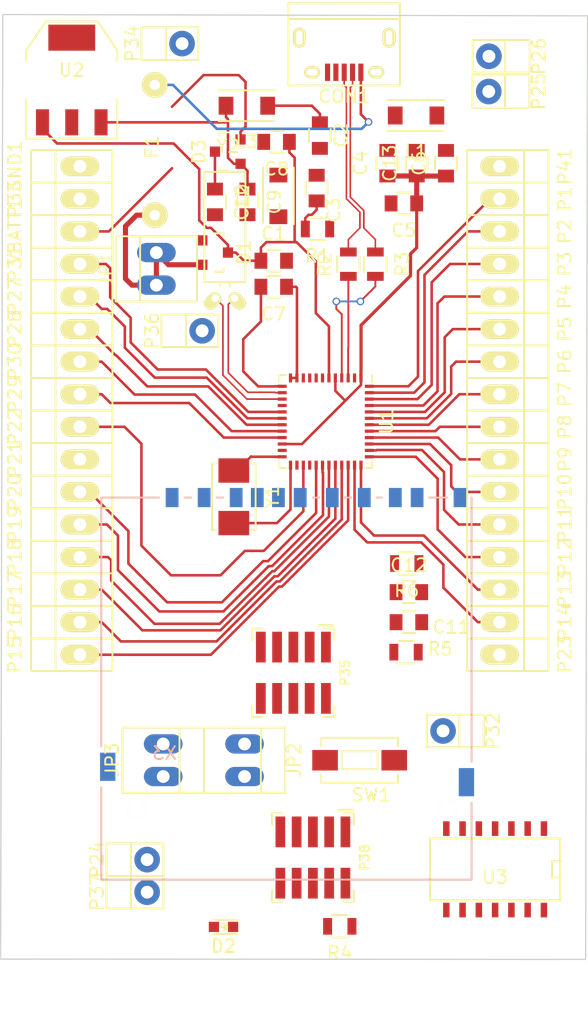
<source format=kicad_pcb>
(kicad_pcb (version 4) (host pcbnew 4.0.2-4+6225~38~ubuntu14.04.1-stable)

  (general
    (links 136)
    (no_connects 79)
    (area 49.722457 41.46586 96.163601 119.349121)
    (thickness 1.6)
    (drawings 4)
    (tracks 314)
    (zones 0)
    (modules 78)
    (nets 57)
  )

  (page User 150.012 200)
  (layers
    (0 F.Cu signal)
    (31 B.Cu signal)
    (32 B.Adhes user)
    (33 F.Adhes user)
    (34 B.Paste user)
    (35 F.Paste user)
    (36 B.SilkS user hide)
    (37 F.SilkS user)
    (38 B.Mask user hide)
    (39 F.Mask user hide)
    (40 Dwgs.User user hide)
    (41 Cmts.User user hide)
    (42 Eco1.User user hide)
    (43 Eco2.User user hide)
    (44 Edge.Cuts user)
    (45 Margin user hide)
    (46 B.CrtYd user hide)
    (47 F.CrtYd user)
    (48 B.Fab user hide)
    (49 F.Fab user hide)
  )

  (setup
    (last_trace_width 0.4)
    (user_trace_width 0.1)
    (user_trace_width 0.15)
    (trace_clearance 0.2)
    (zone_clearance 0.3)
    (zone_45_only no)
    (trace_min 0.1)
    (segment_width 0.2)
    (edge_width 0.1)
    (via_size 0.6)
    (via_drill 0.4)
    (via_min_size 0.4)
    (via_min_drill 0.3)
    (uvia_size 0.3)
    (uvia_drill 0.1)
    (uvias_allowed no)
    (uvia_min_size 0.2)
    (uvia_min_drill 0.1)
    (pcb_text_width 0.3)
    (pcb_text_size 1.5 1.5)
    (mod_edge_width 0.15)
    (mod_text_size 1 1)
    (mod_text_width 0.15)
    (pad_size 1.9 2.4)
    (pad_drill 0)
    (pad_to_mask_clearance 0)
    (aux_axis_origin 0 0)
    (visible_elements FFFFEF7F)
    (pcbplotparams
      (layerselection 0x000a0_00000001)
      (usegerberextensions false)
      (excludeedgelayer false)
      (linewidth 0.100000)
      (plotframeref false)
      (viasonmask false)
      (mode 1)
      (useauxorigin false)
      (hpglpennumber 1)
      (hpglpenspeed 20)
      (hpglpendiameter 15)
      (hpglpenoverlay 2)
      (psnegative false)
      (psa4output false)
      (plotreference true)
      (plotvalue true)
      (plotinvisibletext false)
      (padsonsilk true)
      (subtractmaskfromsilk false)
      (outputformat 4)
      (mirror false)
      (drillshape 2)
      (scaleselection 1)
      (outputdirectory ""))
  )

  (net 0 "")
  (net 1 GND)
  (net 2 "Net-(C2-Pad1)")
  (net 3 "Net-(C2-Pad2)")
  (net 4 "Net-(C3-Pad1)")
  (net 5 3V3)
  (net 6 "Net-(C7-Pad2)")
  (net 7 "Net-(C10-Pad1)")
  (net 8 RESET)
  (net 9 +3.3V)
  (net 10 /D-)
  (net 11 /D+)
  (net 12 "Net-(CON1-Pad6)")
  (net 13 "Net-(D1-Pad1)")
  (net 14 LED)
  (net 15 "Net-(D2-Pad1)")
  (net 16 "Net-(D3-Pad2)")
  (net 17 "Net-(P5-Pad1)")
  (net 18 "Net-(P6-Pad1)")
  (net 19 SWD_CLK)
  (net 20 "Net-(P8-Pad1)")
  (net 21 SWD_IO)
  (net 22 "Net-(P14-Pad1)")
  (net 23 "Net-(P17-Pad1)")
  (net 24 "Net-(P18-Pad1)")
  (net 25 "Net-(P19-Pad1)")
  (net 26 "Net-(P20-Pad1)")
  (net 27 PTC7)
  (net 28 PTC6)
  (net 29 PTC5)
  (net 30 UART1_TX)
  (net 31 UART1_RX)
  (net 32 "Net-(P26-Pad1)")
  (net 33 PTC1)
  (net 34 PTC0)
  (net 35 "Net-(P29-Pad1)")
  (net 36 PTB1)
  (net 37 PTB0)
  (net 38 "Net-(R2-Pad2)")
  (net 39 "Net-(R3-Pad2)")
  (net 40 "Net-(P38-Pad2)")
  (net 41 "Net-(P38-Pad3)")
  (net 42 "Net-(JP2-Pad1)")
  (net 43 "Net-(JP3-Pad1)")
  (net 44 Vregin)
  (net 45 Vreg)
  (net 46 /x-)
  (net 47 /x+)
  (net 48 /xtal_N)
  (net 49 /xtal_P)
  (net 50 "Net-(P1-Pad1)")
  (net 51 "Net-(P2-Pad1)")
  (net 52 "Net-(P3-Pad1)")
  (net 53 "Net-(P7-Pad1)")
  (net 54 "Net-(P25-Pad1)")
  (net 55 "Net-(P27-Pad1)")
  (net 56 "Net-(P28-Pad1)")

  (net_class Default "This is the default net class."
    (clearance 0.2)
    (trace_width 0.4)
    (via_dia 0.6)
    (via_drill 0.4)
    (uvia_dia 0.3)
    (uvia_drill 0.1)
    (add_net +3.3V)
    (add_net 3V3)
    (add_net GND)
    (add_net LED)
    (add_net "Net-(C10-Pad1)")
    (add_net "Net-(C2-Pad1)")
    (add_net "Net-(C2-Pad2)")
    (add_net "Net-(C3-Pad1)")
    (add_net "Net-(C7-Pad2)")
    (add_net "Net-(CON1-Pad6)")
    (add_net "Net-(D1-Pad1)")
    (add_net "Net-(D2-Pad1)")
    (add_net "Net-(D3-Pad2)")
    (add_net "Net-(JP2-Pad1)")
    (add_net "Net-(JP3-Pad1)")
    (add_net "Net-(P1-Pad1)")
    (add_net "Net-(P14-Pad1)")
    (add_net "Net-(P17-Pad1)")
    (add_net "Net-(P18-Pad1)")
    (add_net "Net-(P19-Pad1)")
    (add_net "Net-(P2-Pad1)")
    (add_net "Net-(P20-Pad1)")
    (add_net "Net-(P25-Pad1)")
    (add_net "Net-(P26-Pad1)")
    (add_net "Net-(P27-Pad1)")
    (add_net "Net-(P28-Pad1)")
    (add_net "Net-(P29-Pad1)")
    (add_net "Net-(P3-Pad1)")
    (add_net "Net-(P38-Pad2)")
    (add_net "Net-(P38-Pad3)")
    (add_net "Net-(P5-Pad1)")
    (add_net "Net-(P6-Pad1)")
    (add_net "Net-(P7-Pad1)")
    (add_net "Net-(P8-Pad1)")
    (add_net "Net-(R2-Pad2)")
    (add_net "Net-(R3-Pad2)")
    (add_net PTB0)
    (add_net PTB1)
    (add_net PTC0)
    (add_net PTC1)
    (add_net PTC5)
    (add_net PTC6)
    (add_net PTC7)
    (add_net RESET)
    (add_net SWD_CLK)
    (add_net SWD_IO)
    (add_net UART1_RX)
    (add_net UART1_TX)
    (add_net Vreg)
    (add_net Vregin)
  )

  (net_class diff ""
    (clearance 0.1)
    (trace_width 0.2)
    (via_dia 0.4)
    (via_drill 0.3)
    (uvia_dia 0.3)
    (uvia_drill 0.1)
    (add_net /D+)
    (add_net /D-)
    (add_net /x+)
    (add_net /x-)
    (add_net /xtal_N)
    (add_net /xtal_P)
  )

  (module Housings_DFN_QFN:QFN-48-1EP_7x7mm_Pitch0.5mm (layer F.Cu) (tedit 54130A77) (tstamp 56E3DADC)
    (at 75.6786 76.1964 270)
    (descr "UK Package; 48-Lead Plastic QFN (7mm x 7mm); (see Linear Technology QFN_48_05-08-1704.pdf)")
    (tags "QFN 0.5")
    (path /55B6A915)
    (attr smd)
    (fp_text reference U1 (at 0 -4.75 270) (layer F.SilkS)
      (effects (font (size 1 1) (thickness 0.15)))
    )
    (fp_text value MK20DX128VFT5 (at 0 4.75 270) (layer F.Fab)
      (effects (font (size 1 1) (thickness 0.15)))
    )
    (fp_line (start -4 -4) (end -4 4) (layer F.CrtYd) (width 0.05))
    (fp_line (start 4 -4) (end 4 4) (layer F.CrtYd) (width 0.05))
    (fp_line (start -4 -4) (end 4 -4) (layer F.CrtYd) (width 0.05))
    (fp_line (start -4 4) (end 4 4) (layer F.CrtYd) (width 0.05))
    (fp_line (start 3.625 -3.625) (end 3.625 -3.1) (layer F.SilkS) (width 0.15))
    (fp_line (start -3.625 3.625) (end -3.625 3.1) (layer F.SilkS) (width 0.15))
    (fp_line (start 3.625 3.625) (end 3.625 3.1) (layer F.SilkS) (width 0.15))
    (fp_line (start -3.625 -3.625) (end -3.1 -3.625) (layer F.SilkS) (width 0.15))
    (fp_line (start -3.625 3.625) (end -3.1 3.625) (layer F.SilkS) (width 0.15))
    (fp_line (start 3.625 3.625) (end 3.1 3.625) (layer F.SilkS) (width 0.15))
    (fp_line (start 3.625 -3.625) (end 3.1 -3.625) (layer F.SilkS) (width 0.15))
    (pad 1 smd rect (at -3.4 -2.75 270) (size 0.7 0.25) (layers F.Cu F.Paste F.Mask)
      (net 5 3V3))
    (pad 2 smd rect (at -3.4 -2.25 270) (size 0.7 0.25) (layers F.Cu F.Paste F.Mask)
      (net 1 GND))
    (pad 3 smd rect (at -3.4 -1.75 270) (size 0.7 0.25) (layers F.Cu F.Paste F.Mask)
      (net 38 "Net-(R2-Pad2)"))
    (pad 4 smd rect (at -3.4 -1.25 270) (size 0.7 0.25) (layers F.Cu F.Paste F.Mask)
      (net 39 "Net-(R3-Pad2)"))
    (pad 5 smd rect (at -3.4 -0.75 270) (size 0.7 0.25) (layers F.Cu F.Paste F.Mask)
      (net 5 3V3))
    (pad 6 smd rect (at -3.4 -0.25 270) (size 0.7 0.25) (layers F.Cu F.Paste F.Mask)
      (net 44 Vregin))
    (pad 7 smd rect (at -3.4 0.25 270) (size 0.7 0.25) (layers F.Cu F.Paste F.Mask)
      (net 54 "Net-(P25-Pad1)"))
    (pad 8 smd rect (at -3.4 0.75 270) (size 0.7 0.25) (layers F.Cu F.Paste F.Mask)
      (net 32 "Net-(P26-Pad1)"))
    (pad 9 smd rect (at -3.4 1.25 270) (size 0.7 0.25) (layers F.Cu F.Paste F.Mask)
      (net 2 "Net-(C2-Pad1)"))
    (pad 10 smd rect (at -3.4 1.75 270) (size 0.7 0.25) (layers F.Cu F.Paste F.Mask)
      (net 4 "Net-(C3-Pad1)"))
    (pad 11 smd rect (at -3.4 2.25 270) (size 0.7 0.25) (layers F.Cu F.Paste F.Mask)
      (net 3 "Net-(C2-Pad2)"))
    (pad 12 smd rect (at -3.4 2.75 270) (size 0.7 0.25) (layers F.Cu F.Paste F.Mask)
      (net 3 "Net-(C2-Pad2)"))
    (pad 13 smd rect (at -2.75 3.4) (size 0.7 0.25) (layers F.Cu F.Paste F.Mask)
      (net 6 "Net-(C7-Pad2)"))
    (pad 14 smd rect (at -2.25 3.4) (size 0.7 0.25) (layers F.Cu F.Paste F.Mask)
      (net 49 /xtal_P))
    (pad 15 smd rect (at -1.75 3.4) (size 0.7 0.25) (layers F.Cu F.Paste F.Mask)
      (net 48 /xtal_N))
    (pad 16 smd rect (at -1.25 3.4) (size 0.7 0.25) (layers F.Cu F.Paste F.Mask)
      (net 7 "Net-(C10-Pad1)"))
    (pad 17 smd rect (at -0.75 3.4) (size 0.7 0.25) (layers F.Cu F.Paste F.Mask)
      (net 19 SWD_CLK))
    (pad 18 smd rect (at -0.25 3.4) (size 0.7 0.25) (layers F.Cu F.Paste F.Mask)
      (net 55 "Net-(P27-Pad1)"))
    (pad 19 smd rect (at 0.25 3.4) (size 0.7 0.25) (layers F.Cu F.Paste F.Mask)
      (net 56 "Net-(P28-Pad1)"))
    (pad 20 smd rect (at 0.75 3.4) (size 0.7 0.25) (layers F.Cu F.Paste F.Mask)
      (net 21 SWD_IO))
    (pad 21 smd rect (at 1.25 3.4) (size 0.7 0.25) (layers F.Cu F.Paste F.Mask)
      (net 35 "Net-(P29-Pad1)"))
    (pad 22 smd rect (at 1.75 3.4) (size 0.7 0.25) (layers F.Cu F.Paste F.Mask)
      (net 5 3V3))
    (pad 23 smd rect (at 2.25 3.4) (size 0.7 0.25) (layers F.Cu F.Paste F.Mask)
      (net 1 GND))
    (pad 24 smd rect (at 2.75 3.4) (size 0.7 0.25) (layers F.Cu F.Paste F.Mask)
      (net 46 /x-))
    (pad 25 smd rect (at 3.4 2.75 270) (size 0.7 0.25) (layers F.Cu F.Paste F.Mask)
      (net 47 /x+))
    (pad 26 smd rect (at 3.4 2.25 270) (size 0.7 0.25) (layers F.Cu F.Paste F.Mask)
      (net 8 RESET))
    (pad 27 smd rect (at 3.4 1.75 270) (size 0.7 0.25) (layers F.Cu F.Paste F.Mask)
      (net 37 PTB0))
    (pad 28 smd rect (at 3.4 1.25 270) (size 0.7 0.25) (layers F.Cu F.Paste F.Mask)
      (net 36 PTB1))
    (pad 29 smd rect (at 3.4 0.75 270) (size 0.7 0.25) (layers F.Cu F.Paste F.Mask)
      (net 26 "Net-(P20-Pad1)"))
    (pad 30 smd rect (at 3.4 0.25 270) (size 0.7 0.25) (layers F.Cu F.Paste F.Mask)
      (net 25 "Net-(P19-Pad1)"))
    (pad 31 smd rect (at 3.4 -0.25 270) (size 0.7 0.25) (layers F.Cu F.Paste F.Mask)
      (net 24 "Net-(P18-Pad1)"))
    (pad 32 smd rect (at 3.4 -0.75 270) (size 0.7 0.25) (layers F.Cu F.Paste F.Mask)
      (net 23 "Net-(P17-Pad1)"))
    (pad 33 smd rect (at 3.4 -1.25 270) (size 0.7 0.25) (layers F.Cu F.Paste F.Mask)
      (net 34 PTC0))
    (pad 34 smd rect (at 3.4 -1.75 270) (size 0.7 0.25) (layers F.Cu F.Paste F.Mask)
      (net 33 PTC1))
    (pad 35 smd rect (at 3.4 -2.25 270) (size 0.7 0.25) (layers F.Cu F.Paste F.Mask)
      (net 22 "Net-(P14-Pad1)"))
    (pad 36 smd rect (at 3.4 -2.75 270) (size 0.7 0.25) (layers F.Cu F.Paste F.Mask)
      (net 43 "Net-(JP3-Pad1)"))
    (pad 37 smd rect (at 2.75 -3.4) (size 0.7 0.25) (layers F.Cu F.Paste F.Mask)
      (net 42 "Net-(JP2-Pad1)"))
    (pad 38 smd rect (at 2.25 -3.4) (size 0.7 0.25) (layers F.Cu F.Paste F.Mask)
      (net 29 PTC5))
    (pad 39 smd rect (at 1.75 -3.4) (size 0.7 0.25) (layers F.Cu F.Paste F.Mask)
      (net 28 PTC6))
    (pad 40 smd rect (at 1.25 -3.4) (size 0.7 0.25) (layers F.Cu F.Paste F.Mask)
      (net 27 PTC7))
    (pad 41 smd rect (at 0.75 -3.4) (size 0.7 0.25) (layers F.Cu F.Paste F.Mask)
      (net 20 "Net-(P8-Pad1)"))
    (pad 42 smd rect (at 0.25 -3.4) (size 0.7 0.25) (layers F.Cu F.Paste F.Mask)
      (net 53 "Net-(P7-Pad1)"))
    (pad 43 smd rect (at -0.25 -3.4) (size 0.7 0.25) (layers F.Cu F.Paste F.Mask)
      (net 18 "Net-(P6-Pad1)"))
    (pad 44 smd rect (at -0.75 -3.4) (size 0.7 0.25) (layers F.Cu F.Paste F.Mask)
      (net 17 "Net-(P5-Pad1)"))
    (pad 45 smd rect (at -1.25 -3.4) (size 0.7 0.25) (layers F.Cu F.Paste F.Mask)
      (net 14 LED))
    (pad 46 smd rect (at -1.75 -3.4) (size 0.7 0.25) (layers F.Cu F.Paste F.Mask)
      (net 52 "Net-(P3-Pad1)"))
    (pad 47 smd rect (at -2.25 -3.4) (size 0.7 0.25) (layers F.Cu F.Paste F.Mask)
      (net 51 "Net-(P2-Pad1)"))
    (pad 48 smd rect (at -2.75 -3.4) (size 0.7 0.25) (layers F.Cu F.Paste F.Mask)
      (net 50 "Net-(P1-Pad1)"))
    (model Housings_DFN_QFN.3dshapes/QFN-48-1EP_7x7mm_Pitch0.5mm.wrl
      (at (xyz 0 0 0))
      (scale (xyz 1 1 1))
      (rotate (xyz 0 0 0))
    )
  )

  (module Capacitors_SMD:C_0805 (layer F.Cu) (tedit 5415D6EA) (tstamp 56E33461)
    (at 71.6186 63.6524)
    (descr "Capacitor SMD 0805, reflow soldering, AVX (see smccp.pdf)")
    (tags "capacitor 0805")
    (path /55B6A9BC)
    (attr smd)
    (fp_text reference C1 (at 0 -2.1) (layer F.SilkS)
      (effects (font (size 1 1) (thickness 0.15)))
    )
    (fp_text value 100n (at 0 2.1) (layer F.Fab)
      (effects (font (size 1 1) (thickness 0.15)))
    )
    (fp_line (start -1.8 -1) (end 1.8 -1) (layer F.CrtYd) (width 0.05))
    (fp_line (start -1.8 1) (end 1.8 1) (layer F.CrtYd) (width 0.05))
    (fp_line (start -1.8 -1) (end -1.8 1) (layer F.CrtYd) (width 0.05))
    (fp_line (start 1.8 -1) (end 1.8 1) (layer F.CrtYd) (width 0.05))
    (fp_line (start 0.5 -0.85) (end -0.5 -0.85) (layer F.SilkS) (width 0.15))
    (fp_line (start -0.5 0.85) (end 0.5 0.85) (layer F.SilkS) (width 0.15))
    (pad 1 smd rect (at -1 0) (size 1 1.25) (layers F.Cu F.Paste F.Mask)
      (net 44 Vregin))
    (pad 2 smd rect (at 1 0) (size 1 1.25) (layers F.Cu F.Paste F.Mask)
      (net 1 GND))
    (model Capacitors_SMD.3dshapes/C_0805.wrl
      (at (xyz 0 0 0))
      (scale (xyz 1 1 1))
      (rotate (xyz 0 0 0))
    )
  )

  (module Capacitors_SMD:C_0805 (layer F.Cu) (tedit 5415D6EA) (tstamp 56E33467)
    (at 75.2221 53.8894 270)
    (descr "Capacitor SMD 0805, reflow soldering, AVX (see smccp.pdf)")
    (tags "capacitor 0805")
    (path /56D15CA5)
    (attr smd)
    (fp_text reference C2 (at -0.0254 -1.67132 270) (layer F.SilkS)
      (effects (font (size 1 1) (thickness 0.15)))
    )
    (fp_text value 2.2u (at 0 2.1 270) (layer F.Fab)
      (effects (font (size 1 1) (thickness 0.15)))
    )
    (fp_line (start -1.8 -1) (end 1.8 -1) (layer F.CrtYd) (width 0.05))
    (fp_line (start -1.8 1) (end 1.8 1) (layer F.CrtYd) (width 0.05))
    (fp_line (start -1.8 -1) (end -1.8 1) (layer F.CrtYd) (width 0.05))
    (fp_line (start 1.8 -1) (end 1.8 1) (layer F.CrtYd) (width 0.05))
    (fp_line (start 0.5 -0.85) (end -0.5 -0.85) (layer F.SilkS) (width 0.15))
    (fp_line (start -0.5 0.85) (end 0.5 0.85) (layer F.SilkS) (width 0.15))
    (pad 1 smd rect (at -1 0 270) (size 1 1.25) (layers F.Cu F.Paste F.Mask)
      (net 2 "Net-(C2-Pad1)"))
    (pad 2 smd rect (at 1 0 270) (size 1 1.25) (layers F.Cu F.Paste F.Mask)
      (net 3 "Net-(C2-Pad2)"))
    (model Capacitors_SMD.3dshapes/C_0805.wrl
      (at (xyz 0 0 0))
      (scale (xyz 1 1 1))
      (rotate (xyz 0 0 0))
    )
  )

  (module Capacitors_SMD:C_0805 (layer F.Cu) (tedit 5415D6EA) (tstamp 56E3346D)
    (at 74.9681 57.9849 90)
    (descr "Capacitor SMD 0805, reflow soldering, AVX (see smccp.pdf)")
    (tags "capacitor 0805")
    (path /56D15CB4)
    (attr smd)
    (fp_text reference C3 (at -1.73736 1.32588 90) (layer F.SilkS)
      (effects (font (size 1 1) (thickness 0.15)))
    )
    (fp_text value 100n (at 0 2.1 90) (layer F.Fab)
      (effects (font (size 1 1) (thickness 0.15)))
    )
    (fp_line (start -1.8 -1) (end 1.8 -1) (layer F.CrtYd) (width 0.05))
    (fp_line (start -1.8 1) (end 1.8 1) (layer F.CrtYd) (width 0.05))
    (fp_line (start -1.8 -1) (end -1.8 1) (layer F.CrtYd) (width 0.05))
    (fp_line (start 1.8 -1) (end 1.8 1) (layer F.CrtYd) (width 0.05))
    (fp_line (start 0.5 -0.85) (end -0.5 -0.85) (layer F.SilkS) (width 0.15))
    (fp_line (start -0.5 0.85) (end 0.5 0.85) (layer F.SilkS) (width 0.15))
    (pad 1 smd rect (at -1 0 90) (size 1 1.25) (layers F.Cu F.Paste F.Mask)
      (net 4 "Net-(C3-Pad1)"))
    (pad 2 smd rect (at 1 0 90) (size 1 1.25) (layers F.Cu F.Paste F.Mask)
      (net 3 "Net-(C2-Pad2)"))
    (model Capacitors_SMD.3dshapes/C_0805.wrl
      (at (xyz 0 0 0))
      (scale (xyz 1 1 1))
      (rotate (xyz 0 0 0))
    )
  )

  (module Capacitors_SMD:C_0805 (layer F.Cu) (tedit 5415D6EA) (tstamp 56E33473)
    (at 80.4926 56.0418 90)
    (descr "Capacitor SMD 0805, reflow soldering, AVX (see smccp.pdf)")
    (tags "capacitor 0805")
    (path /56D157E2)
    (attr smd)
    (fp_text reference C4 (at 0 -2.1 90) (layer F.SilkS)
      (effects (font (size 1 1) (thickness 0.15)))
    )
    (fp_text value 100n (at 0 2.1 90) (layer F.Fab)
      (effects (font (size 1 1) (thickness 0.15)))
    )
    (fp_line (start -1.8 -1) (end 1.8 -1) (layer F.CrtYd) (width 0.05))
    (fp_line (start -1.8 1) (end 1.8 1) (layer F.CrtYd) (width 0.05))
    (fp_line (start -1.8 -1) (end -1.8 1) (layer F.CrtYd) (width 0.05))
    (fp_line (start 1.8 -1) (end 1.8 1) (layer F.CrtYd) (width 0.05))
    (fp_line (start 0.5 -0.85) (end -0.5 -0.85) (layer F.SilkS) (width 0.15))
    (fp_line (start -0.5 0.85) (end 0.5 0.85) (layer F.SilkS) (width 0.15))
    (pad 1 smd rect (at -1 0 90) (size 1 1.25) (layers F.Cu F.Paste F.Mask)
      (net 5 3V3))
    (pad 2 smd rect (at 1 0 90) (size 1 1.25) (layers F.Cu F.Paste F.Mask)
      (net 1 GND))
    (model Capacitors_SMD.3dshapes/C_0805.wrl
      (at (xyz 0 0 0))
      (scale (xyz 1 1 1))
      (rotate (xyz 0 0 0))
    )
  )

  (module Capacitors_SMD:C_0805 (layer F.Cu) (tedit 5415D6EA) (tstamp 56E33479)
    (at 81.7786 59.182 180)
    (descr "Capacitor SMD 0805, reflow soldering, AVX (see smccp.pdf)")
    (tags "capacitor 0805")
    (path /56D157D3)
    (attr smd)
    (fp_text reference C5 (at 0 -2.1 180) (layer F.SilkS)
      (effects (font (size 1 1) (thickness 0.15)))
    )
    (fp_text value 100n (at 0 2.1 180) (layer F.Fab)
      (effects (font (size 1 1) (thickness 0.15)))
    )
    (fp_line (start -1.8 -1) (end 1.8 -1) (layer F.CrtYd) (width 0.05))
    (fp_line (start -1.8 1) (end 1.8 1) (layer F.CrtYd) (width 0.05))
    (fp_line (start -1.8 -1) (end -1.8 1) (layer F.CrtYd) (width 0.05))
    (fp_line (start 1.8 -1) (end 1.8 1) (layer F.CrtYd) (width 0.05))
    (fp_line (start 0.5 -0.85) (end -0.5 -0.85) (layer F.SilkS) (width 0.15))
    (fp_line (start -0.5 0.85) (end 0.5 0.85) (layer F.SilkS) (width 0.15))
    (pad 1 smd rect (at -1 0 180) (size 1 1.25) (layers F.Cu F.Paste F.Mask)
      (net 5 3V3))
    (pad 2 smd rect (at 1 0 180) (size 1 1.25) (layers F.Cu F.Paste F.Mask)
      (net 1 GND))
    (model Capacitors_SMD.3dshapes/C_0805.wrl
      (at (xyz 0 0 0))
      (scale (xyz 1 1 1))
      (rotate (xyz 0 0 0))
    )
  )

  (module Capacitors_SMD:C_0805 (layer F.Cu) (tedit 5415D6EA) (tstamp 56E3347F)
    (at 85.0646 56.0484 90)
    (descr "Capacitor SMD 0805, reflow soldering, AVX (see smccp.pdf)")
    (tags "capacitor 0805")
    (path /56D157C4)
    (attr smd)
    (fp_text reference C6 (at 0 -2.1 90) (layer F.SilkS)
      (effects (font (size 1 1) (thickness 0.15)))
    )
    (fp_text value 2.2u (at 0 2.1 90) (layer F.Fab)
      (effects (font (size 1 1) (thickness 0.15)))
    )
    (fp_line (start -1.8 -1) (end 1.8 -1) (layer F.CrtYd) (width 0.05))
    (fp_line (start -1.8 1) (end 1.8 1) (layer F.CrtYd) (width 0.05))
    (fp_line (start -1.8 -1) (end -1.8 1) (layer F.CrtYd) (width 0.05))
    (fp_line (start 1.8 -1) (end 1.8 1) (layer F.CrtYd) (width 0.05))
    (fp_line (start 0.5 -0.85) (end -0.5 -0.85) (layer F.SilkS) (width 0.15))
    (fp_line (start -0.5 0.85) (end 0.5 0.85) (layer F.SilkS) (width 0.15))
    (pad 1 smd rect (at -1 0 90) (size 1 1.25) (layers F.Cu F.Paste F.Mask)
      (net 5 3V3))
    (pad 2 smd rect (at 1 0 90) (size 1 1.25) (layers F.Cu F.Paste F.Mask)
      (net 1 GND))
    (model Capacitors_SMD.3dshapes/C_0805.wrl
      (at (xyz 0 0 0))
      (scale (xyz 1 1 1))
      (rotate (xyz 0 0 0))
    )
  )

  (module Capacitors_SMD:C_0805 (layer F.Cu) (tedit 5415D6EA) (tstamp 56E33485)
    (at 71.6186 65.6844 180)
    (descr "Capacitor SMD 0805, reflow soldering, AVX (see smccp.pdf)")
    (tags "capacitor 0805")
    (path /56D16C6E)
    (attr smd)
    (fp_text reference C7 (at 0 -2.1 180) (layer F.SilkS)
      (effects (font (size 1 1) (thickness 0.15)))
    )
    (fp_text value 100n (at 0 2.1 180) (layer F.Fab)
      (effects (font (size 1 1) (thickness 0.15)))
    )
    (fp_line (start -1.8 -1) (end 1.8 -1) (layer F.CrtYd) (width 0.05))
    (fp_line (start -1.8 1) (end 1.8 1) (layer F.CrtYd) (width 0.05))
    (fp_line (start -1.8 -1) (end -1.8 1) (layer F.CrtYd) (width 0.05))
    (fp_line (start 1.8 -1) (end 1.8 1) (layer F.CrtYd) (width 0.05))
    (fp_line (start 0.5 -0.85) (end -0.5 -0.85) (layer F.SilkS) (width 0.15))
    (fp_line (start -0.5 0.85) (end 0.5 0.85) (layer F.SilkS) (width 0.15))
    (pad 1 smd rect (at -1 0 180) (size 1 1.25) (layers F.Cu F.Paste F.Mask)
      (net 3 "Net-(C2-Pad2)"))
    (pad 2 smd rect (at 1 0 180) (size 1 1.25) (layers F.Cu F.Paste F.Mask)
      (net 6 "Net-(C7-Pad2)"))
    (model Capacitors_SMD.3dshapes/C_0805.wrl
      (at (xyz 0 0 0))
      (scale (xyz 1 1 1))
      (rotate (xyz 0 0 0))
    )
  )

  (module Capacitors_SMD:C_0805 (layer F.Cu) (tedit 5415D6EA) (tstamp 56E3348B)
    (at 71.8406 54.3814 180)
    (descr "Capacitor SMD 0805, reflow soldering, AVX (see smccp.pdf)")
    (tags "capacitor 0805")
    (path /56D0C4B1)
    (attr smd)
    (fp_text reference C8 (at 0 -2.1 180) (layer F.SilkS)
      (effects (font (size 1 1) (thickness 0.15)))
    )
    (fp_text value 100n (at 0 2.1 180) (layer F.Fab)
      (effects (font (size 1 1) (thickness 0.15)))
    )
    (fp_line (start -1.8 -1) (end 1.8 -1) (layer F.CrtYd) (width 0.05))
    (fp_line (start -1.8 1) (end 1.8 1) (layer F.CrtYd) (width 0.05))
    (fp_line (start -1.8 -1) (end -1.8 1) (layer F.CrtYd) (width 0.05))
    (fp_line (start 1.8 -1) (end 1.8 1) (layer F.CrtYd) (width 0.05))
    (fp_line (start 0.5 -0.85) (end -0.5 -0.85) (layer F.SilkS) (width 0.15))
    (fp_line (start -0.5 0.85) (end 0.5 0.85) (layer F.SilkS) (width 0.15))
    (pad 1 smd rect (at -1 0 180) (size 1 1.25) (layers F.Cu F.Paste F.Mask)
      (net 44 Vregin))
    (pad 2 smd rect (at 1 0 180) (size 1 1.25) (layers F.Cu F.Paste F.Mask)
      (net 1 GND))
    (model Capacitors_SMD.3dshapes/C_0805.wrl
      (at (xyz 0 0 0))
      (scale (xyz 1 1 1))
      (rotate (xyz 0 0 0))
    )
  )

  (module Capacitors_SMD:C_0805 (layer F.Cu) (tedit 5415D6EA) (tstamp 56E33491)
    (at 69.5706 59.0644 270)
    (descr "Capacitor SMD 0805, reflow soldering, AVX (see smccp.pdf)")
    (tags "capacitor 0805")
    (path /56D0C5A3)
    (attr smd)
    (fp_text reference C9 (at 0 -2.1 270) (layer F.SilkS)
      (effects (font (size 1 1) (thickness 0.15)))
    )
    (fp_text value 100n (at 0 2.1 270) (layer F.Fab)
      (effects (font (size 1 1) (thickness 0.15)))
    )
    (fp_line (start -1.8 -1) (end 1.8 -1) (layer F.CrtYd) (width 0.05))
    (fp_line (start -1.8 1) (end 1.8 1) (layer F.CrtYd) (width 0.05))
    (fp_line (start -1.8 -1) (end -1.8 1) (layer F.CrtYd) (width 0.05))
    (fp_line (start 1.8 -1) (end 1.8 1) (layer F.CrtYd) (width 0.05))
    (fp_line (start 0.5 -0.85) (end -0.5 -0.85) (layer F.SilkS) (width 0.15))
    (fp_line (start -0.5 0.85) (end 0.5 0.85) (layer F.SilkS) (width 0.15))
    (pad 1 smd rect (at -1 0 270) (size 1 1.25) (layers F.Cu F.Paste F.Mask)
      (net 5 3V3))
    (pad 2 smd rect (at 1 0 270) (size 1 1.25) (layers F.Cu F.Paste F.Mask)
      (net 1 GND))
    (model Capacitors_SMD.3dshapes/C_0805.wrl
      (at (xyz 0 0 0))
      (scale (xyz 1 1 1))
      (rotate (xyz 0 0 0))
    )
  )

  (module Capacitors_SMD:C_0805 (layer F.Cu) (tedit 5415D6EA) (tstamp 56E33497)
    (at 67.0306 59.0644 270)
    (descr "Capacitor SMD 0805, reflow soldering, AVX (see smccp.pdf)")
    (tags "capacitor 0805")
    (path /56D1BA48)
    (attr smd)
    (fp_text reference C10 (at 0 -2.1 270) (layer F.SilkS)
      (effects (font (size 1 1) (thickness 0.15)))
    )
    (fp_text value 100n (at 0 2.1 270) (layer F.Fab)
      (effects (font (size 1 1) (thickness 0.15)))
    )
    (fp_line (start -1.8 -1) (end 1.8 -1) (layer F.CrtYd) (width 0.05))
    (fp_line (start -1.8 1) (end 1.8 1) (layer F.CrtYd) (width 0.05))
    (fp_line (start -1.8 -1) (end -1.8 1) (layer F.CrtYd) (width 0.05))
    (fp_line (start 1.8 -1) (end 1.8 1) (layer F.CrtYd) (width 0.05))
    (fp_line (start 0.5 -0.85) (end -0.5 -0.85) (layer F.SilkS) (width 0.15))
    (fp_line (start -0.5 0.85) (end 0.5 0.85) (layer F.SilkS) (width 0.15))
    (pad 1 smd rect (at -1 0 270) (size 1 1.25) (layers F.Cu F.Paste F.Mask)
      (net 7 "Net-(C10-Pad1)"))
    (pad 2 smd rect (at 1 0 270) (size 1 1.25) (layers F.Cu F.Paste F.Mask)
      (net 1 GND))
    (model Capacitors_SMD.3dshapes/C_0805.wrl
      (at (xyz 0 0 0))
      (scale (xyz 1 1 1))
      (rotate (xyz 0 0 0))
    )
  )

  (module Capacitors_SMD:C_0805 (layer F.Cu) (tedit 56E36EE2) (tstamp 56E3349D)
    (at 82.16824 91.8464 180)
    (descr "Capacitor SMD 0805, reflow soldering, AVX (see smccp.pdf)")
    (tags "capacitor 0805")
    (path /56D1CF97)
    (attr smd)
    (fp_text reference C11 (at -3.302 -0.381 180) (layer F.SilkS)
      (effects (font (size 1 1) (thickness 0.15)))
    )
    (fp_text value 100n (at -3.048 -1.651 180) (layer F.Fab)
      (effects (font (size 1 1) (thickness 0.15)))
    )
    (fp_line (start -1.8 -1) (end 1.8 -1) (layer F.CrtYd) (width 0.05))
    (fp_line (start -1.8 1) (end 1.8 1) (layer F.CrtYd) (width 0.05))
    (fp_line (start -1.8 -1) (end -1.8 1) (layer F.CrtYd) (width 0.05))
    (fp_line (start 1.8 -1) (end 1.8 1) (layer F.CrtYd) (width 0.05))
    (fp_line (start 0.5 -0.85) (end -0.5 -0.85) (layer F.SilkS) (width 0.15))
    (fp_line (start -0.5 0.85) (end 0.5 0.85) (layer F.SilkS) (width 0.15))
    (pad 1 smd rect (at -1 0 180) (size 1 1.25) (layers F.Cu F.Paste F.Mask)
      (net 8 RESET))
    (pad 2 smd rect (at 1 0 180) (size 1 1.25) (layers F.Cu F.Paste F.Mask)
      (net 1 GND))
    (model Capacitors_SMD.3dshapes/C_0805.wrl
      (at (xyz 0 0 0))
      (scale (xyz 1 1 1))
      (rotate (xyz 0 0 0))
    )
  )

  (module Capacitors_SMD:C_0805 (layer F.Cu) (tedit 5415D6EA) (tstamp 56E334A3)
    (at 82.169 89.50452)
    (descr "Capacitor SMD 0805, reflow soldering, AVX (see smccp.pdf)")
    (tags "capacitor 0805")
    (path /56D4C68D)
    (attr smd)
    (fp_text reference C12 (at 0 -2.1) (layer F.SilkS)
      (effects (font (size 1 1) (thickness 0.15)))
    )
    (fp_text value 2.2u (at 0 2.1) (layer F.Fab)
      (effects (font (size 1 1) (thickness 0.15)))
    )
    (fp_line (start -1.8 -1) (end 1.8 -1) (layer F.CrtYd) (width 0.05))
    (fp_line (start -1.8 1) (end 1.8 1) (layer F.CrtYd) (width 0.05))
    (fp_line (start -1.8 -1) (end -1.8 1) (layer F.CrtYd) (width 0.05))
    (fp_line (start 1.8 -1) (end 1.8 1) (layer F.CrtYd) (width 0.05))
    (fp_line (start 0.5 -0.85) (end -0.5 -0.85) (layer F.SilkS) (width 0.15))
    (fp_line (start -0.5 0.85) (end 0.5 0.85) (layer F.SilkS) (width 0.15))
    (pad 1 smd rect (at -1 0) (size 1 1.25) (layers F.Cu F.Paste F.Mask)
      (net 9 +3.3V))
    (pad 2 smd rect (at 1 0) (size 1 1.25) (layers F.Cu F.Paste F.Mask)
      (net 1 GND))
    (model Capacitors_SMD.3dshapes/C_0805.wrl
      (at (xyz 0 0 0))
      (scale (xyz 1 1 1))
      (rotate (xyz 0 0 0))
    )
  )

  (module Capacitors_SMD:C_0805 (layer F.Cu) (tedit 5415D6EA) (tstamp 56E334A9)
    (at 82.7786 56.0418 90)
    (descr "Capacitor SMD 0805, reflow soldering, AVX (see smccp.pdf)")
    (tags "capacitor 0805")
    (path /56D52776)
    (attr smd)
    (fp_text reference C13 (at 0 -2.1 90) (layer F.SilkS)
      (effects (font (size 1 1) (thickness 0.15)))
    )
    (fp_text value 100n (at 0 2.1 90) (layer F.Fab)
      (effects (font (size 1 1) (thickness 0.15)))
    )
    (fp_line (start -1.8 -1) (end 1.8 -1) (layer F.CrtYd) (width 0.05))
    (fp_line (start -1.8 1) (end 1.8 1) (layer F.CrtYd) (width 0.05))
    (fp_line (start -1.8 -1) (end -1.8 1) (layer F.CrtYd) (width 0.05))
    (fp_line (start 1.8 -1) (end 1.8 1) (layer F.CrtYd) (width 0.05))
    (fp_line (start 0.5 -0.85) (end -0.5 -0.85) (layer F.SilkS) (width 0.15))
    (fp_line (start -0.5 0.85) (end 0.5 0.85) (layer F.SilkS) (width 0.15))
    (pad 1 smd rect (at -1 0 90) (size 1 1.25) (layers F.Cu F.Paste F.Mask)
      (net 5 3V3))
    (pad 2 smd rect (at 1 0 90) (size 1 1.25) (layers F.Cu F.Paste F.Mask)
      (net 1 GND))
    (model Capacitors_SMD.3dshapes/C_0805.wrl
      (at (xyz 0 0 0))
      (scale (xyz 1 1 1))
      (rotate (xyz 0 0 0))
    )
  )

  (module TO_SOT_Packages_SMD:SOT-23 (layer F.Cu) (tedit 553634F8) (tstamp 56E334BF)
    (at 67.04838 63.0174 270)
    (descr "SOT-23, Standard")
    (tags SOT-23)
    (path /55B6A960)
    (attr smd)
    (fp_text reference D1 (at 0 -2.25 270) (layer F.SilkS)
      (effects (font (size 1 1) (thickness 0.15)))
    )
    (fp_text value BAS40-05 (at 0 2.3 270) (layer F.Fab)
      (effects (font (size 1 1) (thickness 0.15)))
    )
    (fp_line (start -1.65 -1.6) (end 1.65 -1.6) (layer F.CrtYd) (width 0.05))
    (fp_line (start 1.65 -1.6) (end 1.65 1.6) (layer F.CrtYd) (width 0.05))
    (fp_line (start 1.65 1.6) (end -1.65 1.6) (layer F.CrtYd) (width 0.05))
    (fp_line (start -1.65 1.6) (end -1.65 -1.6) (layer F.CrtYd) (width 0.05))
    (fp_line (start 1.29916 -0.65024) (end 1.2509 -0.65024) (layer F.SilkS) (width 0.15))
    (fp_line (start -1.49982 0.0508) (end -1.49982 -0.65024) (layer F.SilkS) (width 0.15))
    (fp_line (start -1.49982 -0.65024) (end -1.2509 -0.65024) (layer F.SilkS) (width 0.15))
    (fp_line (start 1.29916 -0.65024) (end 1.49982 -0.65024) (layer F.SilkS) (width 0.15))
    (fp_line (start 1.49982 -0.65024) (end 1.49982 0.0508) (layer F.SilkS) (width 0.15))
    (pad 1 smd rect (at -0.95 1.00076 270) (size 0.8001 0.8001) (layers F.Cu F.Paste F.Mask)
      (net 13 "Net-(D1-Pad1)"))
    (pad 2 smd rect (at 0.95 1.00076 270) (size 0.8001 0.8001) (layers F.Cu F.Paste F.Mask)
      (net 13 "Net-(D1-Pad1)"))
    (pad 3 smd rect (at 0 -0.99822 270) (size 0.8001 0.8001) (layers F.Cu F.Paste F.Mask)
      (net 44 Vregin))
    (model TO_SOT_Packages_SMD.3dshapes/SOT-23.wrl
      (at (xyz 0 0 0))
      (scale (xyz 1 1 1))
      (rotate (xyz 0 0 0))
    )
  )

  (module LEDs:LED_0603 (layer F.Cu) (tedit 55BDE255) (tstamp 56E334C5)
    (at 67.69862 115.61572 180)
    (descr "LED 0603 smd package")
    (tags "LED led 0603 SMD smd SMT smt smdled SMDLED smtled SMTLED")
    (path /56D0C71A)
    (attr smd)
    (fp_text reference D2 (at 0 -1.5 180) (layer F.SilkS)
      (effects (font (size 1 1) (thickness 0.15)))
    )
    (fp_text value LED (at 0 1.5 180) (layer F.Fab)
      (effects (font (size 1 1) (thickness 0.15)))
    )
    (fp_line (start -1.1 0.55) (end 0.8 0.55) (layer F.SilkS) (width 0.15))
    (fp_line (start -1.1 -0.55) (end 0.8 -0.55) (layer F.SilkS) (width 0.15))
    (fp_line (start -0.2 0) (end 0.25 0) (layer F.SilkS) (width 0.15))
    (fp_line (start -0.25 -0.25) (end -0.25 0.25) (layer F.SilkS) (width 0.15))
    (fp_line (start -0.25 0) (end 0 -0.25) (layer F.SilkS) (width 0.15))
    (fp_line (start 0 -0.25) (end 0 0.25) (layer F.SilkS) (width 0.15))
    (fp_line (start 0 0.25) (end -0.25 0) (layer F.SilkS) (width 0.15))
    (fp_line (start 1.4 -0.75) (end 1.4 0.75) (layer F.CrtYd) (width 0.05))
    (fp_line (start 1.4 0.75) (end -1.4 0.75) (layer F.CrtYd) (width 0.05))
    (fp_line (start -1.4 0.75) (end -1.4 -0.75) (layer F.CrtYd) (width 0.05))
    (fp_line (start -1.4 -0.75) (end 1.4 -0.75) (layer F.CrtYd) (width 0.05))
    (pad 2 smd rect (at 0.7493 0) (size 0.79756 0.79756) (layers F.Cu F.Paste F.Mask)
      (net 14 LED))
    (pad 1 smd rect (at -0.7493 0) (size 0.79756 0.79756) (layers F.Cu F.Paste F.Mask)
      (net 15 "Net-(D2-Pad1)"))
    (model LEDs.3dshapes/LED_0603.wrl
      (at (xyz 0 0 0))
      (scale (xyz 1 1 1))
      (rotate (xyz 0 0 180))
    )
  )

  (module TO_SOT_Packages_SMD:SOT-23 (layer F.Cu) (tedit 553634F8) (tstamp 56E334CC)
    (at 68.02882 55.1434 90)
    (descr "SOT-23, Standard")
    (tags SOT-23)
    (path /56D1BA57)
    (attr smd)
    (fp_text reference D3 (at 0 -2.25 90) (layer F.SilkS)
      (effects (font (size 1 1) (thickness 0.15)))
    )
    (fp_text value BAS40-05 (at 0 2.3 90) (layer F.Fab)
      (effects (font (size 1 1) (thickness 0.15)))
    )
    (fp_line (start -1.65 -1.6) (end 1.65 -1.6) (layer F.CrtYd) (width 0.05))
    (fp_line (start 1.65 -1.6) (end 1.65 1.6) (layer F.CrtYd) (width 0.05))
    (fp_line (start 1.65 1.6) (end -1.65 1.6) (layer F.CrtYd) (width 0.05))
    (fp_line (start -1.65 1.6) (end -1.65 -1.6) (layer F.CrtYd) (width 0.05))
    (fp_line (start 1.29916 -0.65024) (end 1.2509 -0.65024) (layer F.SilkS) (width 0.15))
    (fp_line (start -1.49982 0.0508) (end -1.49982 -0.65024) (layer F.SilkS) (width 0.15))
    (fp_line (start -1.49982 -0.65024) (end -1.2509 -0.65024) (layer F.SilkS) (width 0.15))
    (fp_line (start 1.29916 -0.65024) (end 1.49982 -0.65024) (layer F.SilkS) (width 0.15))
    (fp_line (start 1.49982 -0.65024) (end 1.49982 0.0508) (layer F.SilkS) (width 0.15))
    (pad 1 smd rect (at -0.95 1.00076 90) (size 0.8001 0.8001) (layers F.Cu F.Paste F.Mask)
      (net 5 3V3))
    (pad 2 smd rect (at 0.95 1.00076 90) (size 0.8001 0.8001) (layers F.Cu F.Paste F.Mask)
      (net 16 "Net-(D3-Pad2)"))
    (pad 3 smd rect (at 0 -0.99822 90) (size 0.8001 0.8001) (layers F.Cu F.Paste F.Mask)
      (net 7 "Net-(C10-Pad1)"))
    (model TO_SOT_Packages_SMD.3dshapes/SOT-23.wrl
      (at (xyz 0 0 0))
      (scale (xyz 1 1 1))
      (rotate (xyz 0 0 0))
    )
  )

  (module Wire_Connections_Bridges:WireConnection_0.80mmDrill (layer F.Cu) (tedit 0) (tstamp 56E334D2)
    (at 62.3316 49.9364 270)
    (descr "WireConnection with 0.8mm drill")
    (path /56D512D5)
    (fp_text reference F1 (at 4.8514 0.2032 270) (layer F.SilkS)
      (effects (font (size 1 1) (thickness 0.15)))
    )
    (fp_text value FUSE_F (at 5.08 3.81 270) (layer F.Fab)
      (effects (font (size 1 1) (thickness 0.15)))
    )
    (fp_line (start 14.0716 -3.7592) (end 13.8684 -3.6576) (layer Cmts.User) (width 0.381))
    (fp_line (start 13.8684 -3.6576) (end 13.6398 -3.6576) (layer Cmts.User) (width 0.381))
    (fp_line (start 13.6398 -3.6576) (end 13.4366 -3.7592) (layer Cmts.User) (width 0.381))
    (fp_line (start 13.4366 -3.7592) (end 13.3604 -4.1148) (layer Cmts.User) (width 0.381))
    (fp_line (start 13.3604 -4.1148) (end 13.3604 -4.572) (layer Cmts.User) (width 0.381))
    (fp_line (start 13.3604 -4.572) (end 13.462 -4.6482) (layer Cmts.User) (width 0.381))
    (fp_line (start 13.462 -4.6482) (end 13.7668 -4.7244) (layer Cmts.User) (width 0.381))
    (fp_line (start 13.7668 -4.7244) (end 13.9954 -4.6736) (layer Cmts.User) (width 0.381))
    (fp_line (start 13.9954 -4.6736) (end 14.0462 -4.318) (layer Cmts.User) (width 0.381))
    (fp_line (start 14.0462 -4.318) (end 13.4366 -4.191) (layer Cmts.User) (width 0.381))
    (fp_line (start 13.4366 -4.191) (end 13.4366 -4.2418) (layer Cmts.User) (width 0.381))
    (fp_line (start 12.7508 -3.7084) (end 12.4206 -3.7084) (layer Cmts.User) (width 0.381))
    (fp_line (start 12.4206 -3.7084) (end 12.2174 -3.7084) (layer Cmts.User) (width 0.381))
    (fp_line (start 12.2174 -3.7084) (end 12.0396 -3.8608) (layer Cmts.User) (width 0.381))
    (fp_line (start 12.0396 -3.8608) (end 12.0396 -4.2418) (layer Cmts.User) (width 0.381))
    (fp_line (start 12.0396 -4.2418) (end 12.1412 -4.572) (layer Cmts.User) (width 0.381))
    (fp_line (start 12.1412 -4.572) (end 12.2936 -4.6482) (layer Cmts.User) (width 0.381))
    (fp_line (start 12.2936 -4.6482) (end 12.573 -4.6482) (layer Cmts.User) (width 0.381))
    (fp_line (start 12.573 -4.6482) (end 12.7508 -4.572) (layer Cmts.User) (width 0.381))
    (fp_line (start 12.7508 -4.572) (end 12.7762 -4.2672) (layer Cmts.User) (width 0.381))
    (fp_line (start 12.7762 -4.2672) (end 12.1412 -4.2418) (layer Cmts.User) (width 0.381))
    (fp_line (start 11.2268 -4.5212) (end 11.6078 -4.6736) (layer Cmts.User) (width 0.381))
    (fp_line (start 11.6078 -4.6736) (end 11.6332 -4.6736) (layer Cmts.User) (width 0.381))
    (fp_line (start 11.2014 -4.7244) (end 11.2014 -3.6576) (layer Cmts.User) (width 0.381))
    (fp_line (start 9.9822 -4.6736) (end 10.668 -4.7244) (layer Cmts.User) (width 0.381))
    (fp_line (start 10.7188 -5.207) (end 10.541 -5.207) (layer Cmts.User) (width 0.381))
    (fp_line (start 10.541 -5.207) (end 10.3886 -5.08) (layer Cmts.User) (width 0.381))
    (fp_line (start 10.3886 -5.08) (end 10.3378 -3.7084) (layer Cmts.User) (width 0.381))
    (fp_line (start 8.4328 -4.5974) (end 8.3058 -4.6736) (layer Cmts.User) (width 0.381))
    (fp_line (start 8.3058 -4.6736) (end 8.0264 -4.6736) (layer Cmts.User) (width 0.381))
    (fp_line (start 8.0264 -4.6736) (end 7.874 -4.445) (layer Cmts.User) (width 0.381))
    (fp_line (start 7.874 -4.445) (end 7.8994 -4.2672) (layer Cmts.User) (width 0.381))
    (fp_line (start 7.8994 -4.2672) (end 8.1788 -4.191) (layer Cmts.User) (width 0.381))
    (fp_line (start 8.1788 -4.191) (end 8.4328 -4.1148) (layer Cmts.User) (width 0.381))
    (fp_line (start 8.4328 -4.1148) (end 8.4836 -3.8354) (layer Cmts.User) (width 0.381))
    (fp_line (start 8.4836 -3.8354) (end 8.2804 -3.6576) (layer Cmts.User) (width 0.381))
    (fp_line (start 8.2804 -3.6576) (end 7.8994 -3.7084) (layer Cmts.User) (width 0.381))
    (fp_line (start 7.1628 -3.6576) (end 6.8072 -3.7592) (layer Cmts.User) (width 0.381))
    (fp_line (start 6.8072 -3.7592) (end 6.604 -3.8354) (layer Cmts.User) (width 0.381))
    (fp_line (start 6.604 -3.8354) (end 6.477 -4.1656) (layer Cmts.User) (width 0.381))
    (fp_line (start 6.477 -4.1656) (end 6.477 -4.4704) (layer Cmts.User) (width 0.381))
    (fp_line (start 6.477 -4.4704) (end 6.6802 -4.6736) (layer Cmts.User) (width 0.381))
    (fp_line (start 6.6802 -4.6736) (end 7.0104 -4.7244) (layer Cmts.User) (width 0.381))
    (fp_line (start 7.2136 -5.207) (end 7.2136 -3.6576) (layer Cmts.User) (width 0.381))
    (fp_line (start 5.715 -3.6576) (end 5.2578 -3.7084) (layer Cmts.User) (width 0.381))
    (fp_line (start 5.2578 -3.7084) (end 5.1054 -3.9116) (layer Cmts.User) (width 0.381))
    (fp_line (start 5.1054 -3.9116) (end 5.1308 -4.191) (layer Cmts.User) (width 0.381))
    (fp_line (start 5.1308 -4.191) (end 5.842 -4.2418) (layer Cmts.User) (width 0.381))
    (fp_line (start 5.1054 -4.572) (end 5.3848 -4.7244) (layer Cmts.User) (width 0.381))
    (fp_line (start 5.3848 -4.7244) (end 5.6388 -4.6482) (layer Cmts.User) (width 0.381))
    (fp_line (start 5.6388 -4.6482) (end 5.7912 -4.4704) (layer Cmts.User) (width 0.381))
    (fp_line (start 5.7912 -4.4704) (end 5.842 -3.6322) (layer Cmts.User) (width 0.381))
    (fp_line (start 3.6068 -3.6576) (end 3.6322 -5.2578) (layer Cmts.User) (width 0.381))
    (fp_line (start 3.6322 -5.2578) (end 4.0894 -5.2578) (layer Cmts.User) (width 0.381))
    (fp_line (start 4.0894 -5.2578) (end 4.3688 -5.1308) (layer Cmts.User) (width 0.381))
    (fp_line (start 4.3688 -5.1308) (end 4.4958 -4.8768) (layer Cmts.User) (width 0.381))
    (fp_line (start 4.4958 -4.8768) (end 4.4958 -4.5974) (layer Cmts.User) (width 0.381))
    (fp_line (start 4.4958 -4.5974) (end 4.3688 -4.3942) (layer Cmts.User) (width 0.381))
    (fp_line (start 4.3688 -4.3942) (end 4.0894 -4.445) (layer Cmts.User) (width 0.381))
    (fp_line (start 4.0894 -4.445) (end 3.6322 -4.445) (layer Cmts.User) (width 0.381))
    (fp_line (start 1.778 -3.7592) (end 1.524 -3.6576) (layer Cmts.User) (width 0.381))
    (fp_line (start 1.524 -3.6576) (end 1.27 -3.7592) (layer Cmts.User) (width 0.381))
    (fp_line (start 1.27 -3.7592) (end 1.1176 -3.9116) (layer Cmts.User) (width 0.381))
    (fp_line (start 1.1176 -3.9116) (end 1.0414 -4.318) (layer Cmts.User) (width 0.381))
    (fp_line (start 1.0414 -4.318) (end 1.1684 -4.572) (layer Cmts.User) (width 0.381))
    (fp_line (start 1.1684 -4.572) (end 1.3716 -4.6736) (layer Cmts.User) (width 0.381))
    (fp_line (start 1.3716 -4.6736) (end 1.651 -4.6482) (layer Cmts.User) (width 0.381))
    (fp_line (start 1.651 -4.6482) (end 1.8034 -4.5212) (layer Cmts.User) (width 0.381))
    (fp_line (start 1.8034 -4.5212) (end 1.8034 -4.318) (layer Cmts.User) (width 0.381))
    (fp_line (start 1.8034 -4.318) (end 1.1684 -4.2418) (layer Cmts.User) (width 0.381))
    (fp_line (start -0.1524 -4.7244) (end 0.3048 -3.6576) (layer Cmts.User) (width 0.381))
    (fp_line (start 0.3048 -3.6576) (end 0.5842 -4.6736) (layer Cmts.User) (width 0.381))
    (fp_line (start 0.5842 -4.6736) (end 0.5588 -4.6736) (layer Cmts.User) (width 0.381))
    (fp_line (start -1.4732 -4.3942) (end -1.4732 -3.9116) (layer Cmts.User) (width 0.381))
    (fp_line (start -1.4732 -3.9116) (end -1.27 -3.7084) (layer Cmts.User) (width 0.381))
    (fp_line (start -1.27 -3.7084) (end -1.0414 -3.6576) (layer Cmts.User) (width 0.381))
    (fp_line (start -1.0414 -3.6576) (end -0.762 -3.7846) (layer Cmts.User) (width 0.381))
    (fp_line (start -0.762 -3.7846) (end -0.6604 -3.9878) (layer Cmts.User) (width 0.381))
    (fp_line (start -0.6604 -3.9878) (end -0.6604 -4.445) (layer Cmts.User) (width 0.381))
    (fp_line (start -0.6604 -4.445) (end -0.8382 -4.6482) (layer Cmts.User) (width 0.381))
    (fp_line (start -0.8382 -4.6482) (end -1.1176 -4.7244) (layer Cmts.User) (width 0.381))
    (fp_line (start -1.1176 -4.7244) (end -1.4478 -4.4704) (layer Cmts.User) (width 0.381))
    (fp_line (start -3.0988 -3.6322) (end -3.0988 -5.2578) (layer Cmts.User) (width 0.381))
    (fp_line (start -3.0988 -5.2578) (end -2.6162 -4.1148) (layer Cmts.User) (width 0.381))
    (fp_line (start -2.6162 -4.1148) (end -2.1336 -5.1816) (layer Cmts.User) (width 0.381))
    (fp_line (start -2.1336 -5.1816) (end -2.1336 -3.6322) (layer Cmts.User) (width 0.381))
    (pad 1 thru_hole circle (at 0 0 270) (size 1.99898 1.99898) (drill 0.8001) (layers *.Cu *.Mask F.SilkS)
      (net 45 Vreg))
    (pad 2 thru_hole circle (at 10.16 0 270) (size 1.99898 1.99898) (drill 0.8001) (layers *.Cu *.Mask F.SilkS)
      (net 13 "Net-(D1-Pad1)"))
  )

  (module Resistors_SMD:R_0805 (layer F.Cu) (tedit 5415CDEB) (tstamp 56E335C5)
    (at 75.0341 61.1759 180)
    (descr "Resistor SMD 0805, reflow soldering, Vishay (see dcrcw.pdf)")
    (tags "resistor 0805")
    (path /56D15C8C)
    (attr smd)
    (fp_text reference R1 (at 0 -2.1 180) (layer F.SilkS)
      (effects (font (size 1 1) (thickness 0.15)))
    )
    (fp_text value 470 (at 0 2.1 180) (layer F.Fab)
      (effects (font (size 1 1) (thickness 0.15)))
    )
    (fp_line (start -1.6 -1) (end 1.6 -1) (layer F.CrtYd) (width 0.05))
    (fp_line (start -1.6 1) (end 1.6 1) (layer F.CrtYd) (width 0.05))
    (fp_line (start -1.6 -1) (end -1.6 1) (layer F.CrtYd) (width 0.05))
    (fp_line (start 1.6 -1) (end 1.6 1) (layer F.CrtYd) (width 0.05))
    (fp_line (start 0.6 0.875) (end -0.6 0.875) (layer F.SilkS) (width 0.15))
    (fp_line (start -0.6 -0.875) (end 0.6 -0.875) (layer F.SilkS) (width 0.15))
    (pad 1 smd rect (at -0.95 0 180) (size 0.7 1.3) (layers F.Cu F.Paste F.Mask)
      (net 2 "Net-(C2-Pad1)"))
    (pad 2 smd rect (at 0.95 0 180) (size 0.7 1.3) (layers F.Cu F.Paste F.Mask)
      (net 4 "Net-(C3-Pad1)"))
    (model Resistors_SMD.3dshapes/R_0805.wrl
      (at (xyz 0 0 0))
      (scale (xyz 1 1 1))
      (rotate (xyz 0 0 0))
    )
  )

  (module Resistors_SMD:R_0805 (layer F.Cu) (tedit 5415CDEB) (tstamp 56E335CB)
    (at 77.4446 63.9216 270)
    (descr "Resistor SMD 0805, reflow soldering, Vishay (see dcrcw.pdf)")
    (tags "resistor 0805")
    (path /56D15352)
    (attr smd)
    (fp_text reference R2 (at 0.0025 1.8415 270) (layer F.SilkS)
      (effects (font (size 1 1) (thickness 0.15)))
    )
    (fp_text value 33 (at 0 2.1 270) (layer F.Fab)
      (effects (font (size 1 1) (thickness 0.15)))
    )
    (fp_line (start -1.6 -1) (end 1.6 -1) (layer F.CrtYd) (width 0.05))
    (fp_line (start -1.6 1) (end 1.6 1) (layer F.CrtYd) (width 0.05))
    (fp_line (start -1.6 -1) (end -1.6 1) (layer F.CrtYd) (width 0.05))
    (fp_line (start 1.6 -1) (end 1.6 1) (layer F.CrtYd) (width 0.05))
    (fp_line (start 0.6 0.875) (end -0.6 0.875) (layer F.SilkS) (width 0.15))
    (fp_line (start -0.6 -0.875) (end 0.6 -0.875) (layer F.SilkS) (width 0.15))
    (pad 1 smd rect (at -0.95 0 270) (size 0.7 1.3) (layers F.Cu F.Paste F.Mask)
      (net 11 /D+))
    (pad 2 smd rect (at 0.95 0 270) (size 0.7 1.3) (layers F.Cu F.Paste F.Mask)
      (net 38 "Net-(R2-Pad2)"))
    (model Resistors_SMD.3dshapes/R_0805.wrl
      (at (xyz 0 0 0))
      (scale (xyz 1 1 1))
      (rotate (xyz 0 0 0))
    )
  )

  (module Resistors_SMD:R_0805 (layer F.Cu) (tedit 5415CDEB) (tstamp 56E335D1)
    (at 79.5528 63.9216 270)
    (descr "Resistor SMD 0805, reflow soldering, Vishay (see dcrcw.pdf)")
    (tags "resistor 0805")
    (path /56D15361)
    (attr smd)
    (fp_text reference R3 (at 0 -2.1 270) (layer F.SilkS)
      (effects (font (size 1 1) (thickness 0.15)))
    )
    (fp_text value 33 (at 0 2.1 270) (layer F.Fab)
      (effects (font (size 1 1) (thickness 0.15)))
    )
    (fp_line (start -1.6 -1) (end 1.6 -1) (layer F.CrtYd) (width 0.05))
    (fp_line (start -1.6 1) (end 1.6 1) (layer F.CrtYd) (width 0.05))
    (fp_line (start -1.6 -1) (end -1.6 1) (layer F.CrtYd) (width 0.05))
    (fp_line (start 1.6 -1) (end 1.6 1) (layer F.CrtYd) (width 0.05))
    (fp_line (start 0.6 0.875) (end -0.6 0.875) (layer F.SilkS) (width 0.15))
    (fp_line (start -0.6 -0.875) (end 0.6 -0.875) (layer F.SilkS) (width 0.15))
    (pad 1 smd rect (at -0.95 0 270) (size 0.7 1.3) (layers F.Cu F.Paste F.Mask)
      (net 10 /D-))
    (pad 2 smd rect (at 0.95 0 270) (size 0.7 1.3) (layers F.Cu F.Paste F.Mask)
      (net 39 "Net-(R3-Pad2)"))
    (model Resistors_SMD.3dshapes/R_0805.wrl
      (at (xyz 0 0 0))
      (scale (xyz 1 1 1))
      (rotate (xyz 0 0 0))
    )
  )

  (module Resistors_SMD:R_0805 (layer F.Cu) (tedit 5415CDEB) (tstamp 56E335D7)
    (at 76.774 115.57 180)
    (descr "Resistor SMD 0805, reflow soldering, Vishay (see dcrcw.pdf)")
    (tags "resistor 0805")
    (path /56D0C729)
    (attr smd)
    (fp_text reference R4 (at 0 -2.1 180) (layer F.SilkS)
      (effects (font (size 1 1) (thickness 0.15)))
    )
    (fp_text value 1k (at 0 2.1 180) (layer F.Fab)
      (effects (font (size 1 1) (thickness 0.15)))
    )
    (fp_line (start -1.6 -1) (end 1.6 -1) (layer F.CrtYd) (width 0.05))
    (fp_line (start -1.6 1) (end 1.6 1) (layer F.CrtYd) (width 0.05))
    (fp_line (start -1.6 -1) (end -1.6 1) (layer F.CrtYd) (width 0.05))
    (fp_line (start 1.6 -1) (end 1.6 1) (layer F.CrtYd) (width 0.05))
    (fp_line (start 0.6 0.875) (end -0.6 0.875) (layer F.SilkS) (width 0.15))
    (fp_line (start -0.6 -0.875) (end 0.6 -0.875) (layer F.SilkS) (width 0.15))
    (pad 1 smd rect (at -0.95 0 180) (size 0.7 1.3) (layers F.Cu F.Paste F.Mask)
      (net 5 3V3))
    (pad 2 smd rect (at 0.95 0 180) (size 0.7 1.3) (layers F.Cu F.Paste F.Mask)
      (net 15 "Net-(D2-Pad1)"))
    (model Resistors_SMD.3dshapes/R_0805.wrl
      (at (xyz 0 0 0))
      (scale (xyz 1 1 1))
      (rotate (xyz 0 0 0))
    )
  )

  (module Resistors_SMD:R_0805 (layer F.Cu) (tedit 56E36ED1) (tstamp 56E335DD)
    (at 81.94552 94.1832)
    (descr "Resistor SMD 0805, reflow soldering, Vishay (see dcrcw.pdf)")
    (tags "resistor 0805")
    (path /56D1CB17)
    (attr smd)
    (fp_text reference R5 (at 2.667 -0.254) (layer F.SilkS)
      (effects (font (size 1 1) (thickness 0.15)))
    )
    (fp_text value 10k (at 2.921 0.889) (layer F.Fab)
      (effects (font (size 1 1) (thickness 0.15)))
    )
    (fp_line (start -1.6 -1) (end 1.6 -1) (layer F.CrtYd) (width 0.05))
    (fp_line (start -1.6 1) (end 1.6 1) (layer F.CrtYd) (width 0.05))
    (fp_line (start -1.6 -1) (end -1.6 1) (layer F.CrtYd) (width 0.05))
    (fp_line (start 1.6 -1) (end 1.6 1) (layer F.CrtYd) (width 0.05))
    (fp_line (start 0.6 0.875) (end -0.6 0.875) (layer F.SilkS) (width 0.15))
    (fp_line (start -0.6 -0.875) (end 0.6 -0.875) (layer F.SilkS) (width 0.15))
    (pad 1 smd rect (at -0.95 0) (size 0.7 1.3) (layers F.Cu F.Paste F.Mask)
      (net 5 3V3))
    (pad 2 smd rect (at 0.95 0) (size 0.7 1.3) (layers F.Cu F.Paste F.Mask)
      (net 8 RESET))
    (model Resistors_SMD.3dshapes/R_0805.wrl
      (at (xyz 0 0 0))
      (scale (xyz 1 1 1))
      (rotate (xyz 0 0 0))
    )
  )

  (module Resistors_SMD:R_0805 (layer F.Cu) (tedit 56E36EBC) (tstamp 56E335E3)
    (at 82.00132 87.26932 180)
    (descr "Resistor SMD 0805, reflow soldering, Vishay (see dcrcw.pdf)")
    (tags "resistor 0805")
    (path /56D51F77)
    (attr smd)
    (fp_text reference R6 (at 0 -2.1 180) (layer F.SilkS)
      (effects (font (size 1 1) (thickness 0.15)))
    )
    (fp_text value 1k (at -2.667 -0.127 180) (layer F.Fab)
      (effects (font (size 1 1) (thickness 0.15)))
    )
    (fp_line (start -1.6 -1) (end 1.6 -1) (layer F.CrtYd) (width 0.05))
    (fp_line (start -1.6 1) (end 1.6 1) (layer F.CrtYd) (width 0.05))
    (fp_line (start -1.6 -1) (end -1.6 1) (layer F.CrtYd) (width 0.05))
    (fp_line (start 1.6 -1) (end 1.6 1) (layer F.CrtYd) (width 0.05))
    (fp_line (start 0.6 0.875) (end -0.6 0.875) (layer F.SilkS) (width 0.15))
    (fp_line (start -0.6 -0.875) (end 0.6 -0.875) (layer F.SilkS) (width 0.15))
    (pad 1 smd rect (at -0.95 0 180) (size 0.7 1.3) (layers F.Cu F.Paste F.Mask)
      (net 27 PTC7))
    (pad 2 smd rect (at 0.95 0 180) (size 0.7 1.3) (layers F.Cu F.Paste F.Mask)
      (net 40 "Net-(P38-Pad2)"))
    (model Resistors_SMD.3dshapes/R_0805.wrl
      (at (xyz 0 0 0))
      (scale (xyz 1 1 1))
      (rotate (xyz 0 0 0))
    )
  )

  (module Buttons_Switches_SMD:SW_SPST_EVQPE1 (layer F.Cu) (tedit 55DB43C0) (tstamp 56E335E9)
    (at 78.326 102.616 180)
    (descr "Light Touch Switch")
    (path /56D1C4B4)
    (attr smd)
    (fp_text reference SW1 (at -0.9 -2.7 180) (layer F.SilkS)
      (effects (font (size 1 1) (thickness 0.15)))
    )
    (fp_text value SW_PUSH (at -0.13208 3.19532 180) (layer F.Fab)
      (effects (font (size 1 1) (thickness 0.15)))
    )
    (fp_line (start -1.4 -0.7) (end 1.4 -0.7) (layer F.SilkS) (width 0.15))
    (fp_line (start 1.4 -0.7) (end 1.4 0.7) (layer F.SilkS) (width 0.15))
    (fp_line (start 1.4 0.7) (end -1.4 0.7) (layer F.SilkS) (width 0.15))
    (fp_line (start -1.4 0.7) (end -1.4 -0.7) (layer F.SilkS) (width 0.15))
    (fp_line (start -3.95 -2) (end 3.95 -2) (layer F.CrtYd) (width 0.05))
    (fp_line (start 3.95 -2) (end 3.95 2) (layer F.CrtYd) (width 0.05))
    (fp_line (start 3.95 2) (end -3.95 2) (layer F.CrtYd) (width 0.05))
    (fp_line (start -3.95 2) (end -3.95 -2) (layer F.CrtYd) (width 0.05))
    (fp_line (start 3 -1.75) (end 3 -1.1) (layer F.SilkS) (width 0.15))
    (fp_line (start 3 1.75) (end 3 1.1) (layer F.SilkS) (width 0.15))
    (fp_line (start -3 1.1) (end -3 1.75) (layer F.SilkS) (width 0.15))
    (fp_line (start -3 -1.75) (end -3 -1.1) (layer F.SilkS) (width 0.15))
    (fp_line (start 3 -1.75) (end -3 -1.75) (layer F.SilkS) (width 0.15))
    (fp_line (start -3 1.75) (end 3 1.75) (layer F.SilkS) (width 0.15))
    (pad 2 smd rect (at 2.7 0 180) (size 2 1.6) (layers F.Cu F.Paste F.Mask)
      (net 8 RESET))
    (pad 1 smd rect (at -2.7 0 180) (size 2 1.6) (layers F.Cu F.Paste F.Mask)
      (net 1 GND))
  )

  (module TO_SOT_Packages_SMD:SOT-223 (layer F.Cu) (tedit 0) (tstamp 56E33625)
    (at 55.8546 49.5554)
    (descr "module CMS SOT223 4 pins")
    (tags "CMS SOT")
    (path /56D0C41D)
    (attr smd)
    (fp_text reference U2 (at 0 -0.762) (layer F.SilkS)
      (effects (font (size 1 1) (thickness 0.15)))
    )
    (fp_text value LT1129CST-3.3 (at 0 0.762) (layer F.Fab)
      (effects (font (size 1 1) (thickness 0.15)))
    )
    (fp_line (start -3.556 1.524) (end -3.556 4.572) (layer F.SilkS) (width 0.15))
    (fp_line (start -3.556 4.572) (end 3.556 4.572) (layer F.SilkS) (width 0.15))
    (fp_line (start 3.556 4.572) (end 3.556 1.524) (layer F.SilkS) (width 0.15))
    (fp_line (start -3.556 -1.524) (end -3.556 -2.286) (layer F.SilkS) (width 0.15))
    (fp_line (start -3.556 -2.286) (end -2.032 -4.572) (layer F.SilkS) (width 0.15))
    (fp_line (start -2.032 -4.572) (end 2.032 -4.572) (layer F.SilkS) (width 0.15))
    (fp_line (start 2.032 -4.572) (end 3.556 -2.286) (layer F.SilkS) (width 0.15))
    (fp_line (start 3.556 -2.286) (end 3.556 -1.524) (layer F.SilkS) (width 0.15))
    (pad 4 smd rect (at 0 -3.302) (size 3.6576 2.032) (layers F.Cu F.Paste F.Mask))
    (pad 2 smd rect (at 0 3.302) (size 1.016 2.032) (layers F.Cu F.Paste F.Mask)
      (net 1 GND))
    (pad 3 smd rect (at 2.286 3.302) (size 1.016 2.032) (layers F.Cu F.Paste F.Mask)
      (net 5 3V3))
    (pad 1 smd rect (at -2.286 3.302) (size 1.016 2.032) (layers F.Cu F.Paste F.Mask)
      (net 44 Vregin))
    (model TO_SOT_Packages_SMD.3dshapes/SOT-223.wrl
      (at (xyz 0 0 0))
      (scale (xyz 0.4 0.4 0.4))
      (rotate (xyz 0 0 0))
    )
  )

  (module SMD_Packages:SOIC-14_N (layer F.Cu) (tedit 0) (tstamp 56E33637)
    (at 88.9 111.252 180)
    (descr "Module CMS SOJ 14 pins Large")
    (tags "CMS SOJ")
    (path /56D518E7)
    (attr smd)
    (fp_text reference U3 (at 0 -0.49276 180) (layer F.SilkS)
      (effects (font (size 1 1) (thickness 0.15)))
    )
    (fp_text value 74LS126 (at -0.381 0.635 180) (layer F.Fab)
      (effects (font (size 1 1) (thickness 0.15)))
    )
    (fp_line (start 5.08 -2.286) (end 5.08 2.54) (layer F.SilkS) (width 0.15))
    (fp_line (start 5.08 2.54) (end -5.08 2.54) (layer F.SilkS) (width 0.15))
    (fp_line (start -5.08 2.54) (end -5.08 -2.286) (layer F.SilkS) (width 0.15))
    (fp_line (start -5.08 -2.286) (end 5.08 -2.286) (layer F.SilkS) (width 0.15))
    (fp_line (start -5.08 -0.508) (end -4.445 -0.508) (layer F.SilkS) (width 0.15))
    (fp_line (start -4.445 -0.508) (end -4.445 0.762) (layer F.SilkS) (width 0.15))
    (fp_line (start -4.445 0.762) (end -5.08 0.762) (layer F.SilkS) (width 0.15))
    (pad 1 smd rect (at -3.81 3.302 180) (size 0.508 1.143) (layers F.Cu F.Paste F.Mask))
    (pad 2 smd rect (at -2.54 3.302 180) (size 0.508 1.143) (layers F.Cu F.Paste F.Mask))
    (pad 3 smd rect (at -1.27 3.302 180) (size 0.508 1.143) (layers F.Cu F.Paste F.Mask))
    (pad 4 smd rect (at 0 3.302 180) (size 0.508 1.143) (layers F.Cu F.Paste F.Mask))
    (pad 5 smd rect (at 1.27 3.302 180) (size 0.508 1.143) (layers F.Cu F.Paste F.Mask))
    (pad 6 smd rect (at 2.54 3.302 180) (size 0.508 1.143) (layers F.Cu F.Paste F.Mask))
    (pad 7 smd rect (at 3.81 3.302 180) (size 0.508 1.143) (layers F.Cu F.Paste F.Mask)
      (net 1 GND))
    (pad 8 smd rect (at 3.81 -3.048 180) (size 0.508 1.143) (layers F.Cu F.Paste F.Mask)
      (net 40 "Net-(P38-Pad2)"))
    (pad 9 smd rect (at 2.54 -3.048 180) (size 0.508 1.143) (layers F.Cu F.Paste F.Mask)
      (net 28 PTC6))
    (pad 11 smd rect (at 0 -3.048 180) (size 0.508 1.143) (layers F.Cu F.Paste F.Mask))
    (pad 12 smd rect (at -1.27 -3.048 180) (size 0.508 1.143) (layers F.Cu F.Paste F.Mask))
    (pad 13 smd rect (at -2.54 -3.048 180) (size 0.508 1.143) (layers F.Cu F.Paste F.Mask))
    (pad 14 smd rect (at -3.81 -3.048 180) (size 0.508 1.143) (layers F.Cu F.Paste F.Mask))
    (pad 10 smd rect (at 1.27 -3.048 180) (size 0.508 1.143) (layers F.Cu F.Paste F.Mask)
      (net 37 PTB0))
    (model SMD_Packages.3dshapes/SOIC-14_N.wrl
      (at (xyz 0 0 0))
      (scale (xyz 0.5 0.4 0.5))
      (rotate (xyz 0 0 0))
    )
  )

  (module Connect:SD_Card_Receptacle (layer B.Cu) (tedit 56E34C03) (tstamp 56E33656)
    (at 73.06 82.126 180)
    (path /56D4DD17)
    (fp_text reference X3 (at 9.96386 -19.9312 180) (layer B.SilkS)
      (effects (font (size 1 1) (thickness 0.15)) (justify mirror))
    )
    (fp_text value MOLEX-MICRO-SD (at -1.2 -9 180) (layer B.Fab)
      (effects (font (size 1 1) (thickness 0.15)) (justify mirror))
    )
    (fp_line (start -14.7 -41.05) (end 15.5 -41.05) (layer B.CrtYd) (width 0.05))
    (fp_line (start 15.5 -41.05) (end 15.5 1.25) (layer B.CrtYd) (width 0.05))
    (fp_line (start 15.5 1.25) (end -14.7 1.25) (layer B.CrtYd) (width 0.05))
    (fp_line (start -14.7 1.25) (end -14.7 -41.05) (layer B.CrtYd) (width 0.05))
    (fp_line (start 7.9 0) (end 8.4 0) (layer B.SilkS) (width 0.15))
    (fp_line (start 5.4 0) (end 5.9 0) (layer B.SilkS) (width 0.15))
    (fp_line (start -2.1 0) (end -1.6 0) (layer B.SilkS) (width 0.15))
    (fp_line (start -4.6 0) (end -4.1 0) (layer B.SilkS) (width 0.15))
    (fp_line (start -7 0) (end -6.6 0) (layer B.SilkS) (width 0.15))
    (fp_line (start -12.1 0) (end -10.7 0) (layer B.SilkS) (width 0.15))
    (fp_line (start -14 -20.6) (end -14 0) (layer B.SilkS) (width 0.15))
    (fp_line (start 14.9 -19.4) (end 14.9 0) (layer B.SilkS) (width 0.15))
    (fp_line (start 14.9 0) (end 10.4 0) (layer B.SilkS) (width 0.15))
    (fp_line (start 14.9 -29.8) (end -14 -29.8) (layer B.SilkS) (width 0.15))
    (fp_line (start -14 -29.8) (end -14 -23.8) (layer B.SilkS) (width 0.15))
    (fp_line (start 14.9 -29.8) (end 14.9 -22.6) (layer B.SilkS) (width 0.15))
    (pad 1 smd rect (at 6.875 0 180) (size 1 1.5) (layers B.Cu B.Paste B.Mask)
      (net 9 +3.3V))
    (pad 2 smd rect (at 4.375 0 180) (size 1 1.5) (layers B.Cu B.Paste B.Mask)
      (net 34 PTC0))
    (pad 3 smd rect (at 1.075 0 180) (size 1 1.5) (layers B.Cu B.Paste B.Mask)
      (net 29 PTC5))
    (pad 4 smd rect (at -0.625 0 180) (size 1 1.5) (layers B.Cu B.Paste B.Mask)
      (net 28 PTC6))
    (pad 5 smd rect (at -3.125 0 180) (size 1 1.5) (layers B.Cu B.Paste B.Mask)
      (net 27 PTC7))
    (pad 6 smd rect (at -5.625 0 180) (size 1 1.5) (layers B.Cu B.Paste B.Mask))
    (pad 7 smd rect (at -8.05 0 180) (size 1 1.5) (layers B.Cu B.Paste B.Mask))
    (pad 8 smd rect (at -9.75 0 180) (size 1 1.5) (layers B.Cu B.Paste B.Mask))
    (pad 9 smd rect (at 9.375 0 180) (size 1 1.5) (layers B.Cu B.Paste B.Mask)
      (net 33 PTC1))
    (pad 10 smd rect (at 2.725 0 180) (size 1 1.5) (layers B.Cu B.Paste B.Mask)
      (net 1 GND))
    (pad 11 smd rect (at -13.1 0 180) (size 1 1.5) (layers B.Cu B.Paste B.Mask))
    (pad 12 smd rect (at 14.4 -21 180) (size 1.2 2.2) (layers B.Cu B.Paste B.Mask))
    (pad 13 smd rect (at -13.6 -22.2 180) (size 1.2 2.2) (layers B.Cu B.Paste B.Mask))
    (pad "" np_thru_hole circle (at 12.1 -24.3 180) (size 1.5 1.5) (drill 1.5) (layers *.Cu *.Mask B.SilkS))
    (pad "" np_thru_hole circle (at -12.1 -24.3 180) (size 1.5 1.5) (drill 1.5) (layers *.Cu *.Mask B.SilkS))
  )

  (module Inductors_NEOSID:Neosid_Inductor_SM1206 (layer F.Cu) (tedit 0) (tstamp 56E34147)
    (at 82.7278 52.324 180)
    (descr "Neosid, Inductor, SM1206, Festinduktivitaet, SMD,")
    (tags "Neosid, Inductor, SM1206, Festinduktivitaet, SMD,")
    (path /56D4F84D)
    (attr smd)
    (fp_text reference L1 (at 0 -2.79908 180) (layer F.SilkS)
      (effects (font (size 1 1) (thickness 0.15)))
    )
    (fp_text value INDUCTOR_F (at 0.20066 4.20116 180) (layer F.Fab)
      (effects (font (size 1 1) (thickness 0.15)))
    )
    (fp_line (start 2.19964 1.19888) (end -2.19964 1.19888) (layer F.SilkS) (width 0.15))
    (fp_line (start 2.19964 -1.19888) (end -2.10058 -1.19888) (layer F.SilkS) (width 0.15))
    (pad 2 smd rect (at 1.6256 0 180) (size 1.15062 1.39954) (layers F.Cu F.Paste F.Mask)
      (net 12 "Net-(CON1-Pad6)"))
    (pad 1 smd rect (at -1.6256 0 180) (size 1.15062 1.39954) (layers F.Cu F.Paste F.Mask)
      (net 1 GND))
  )

  (module Inductors_NEOSID:Neosid_Inductor_SM1206 (layer F.Cu) (tedit 0) (tstamp 56E3414C)
    (at 71.9836 58.5978 90)
    (descr "Neosid, Inductor, SM1206, Festinduktivitaet, SMD,")
    (tags "Neosid, Inductor, SM1206, Festinduktivitaet, SMD,")
    (path /56D4F30C)
    (attr smd)
    (fp_text reference L2 (at 0 -2.79908 90) (layer F.SilkS)
      (effects (font (size 1 1) (thickness 0.15)))
    )
    (fp_text value INDUCTOR_F (at 0.20066 4.20116 90) (layer F.Fab)
      (effects (font (size 1 1) (thickness 0.15)))
    )
    (fp_line (start 2.19964 1.19888) (end -2.19964 1.19888) (layer F.SilkS) (width 0.15))
    (fp_line (start 2.19964 -1.19888) (end -2.10058 -1.19888) (layer F.SilkS) (width 0.15))
    (pad 2 smd rect (at 1.6256 0 90) (size 1.15062 1.39954) (layers F.Cu F.Paste F.Mask)
      (net 3 "Net-(C2-Pad2)"))
    (pad 1 smd rect (at -1.6256 0 90) (size 1.15062 1.39954) (layers F.Cu F.Paste F.Mask)
      (net 1 GND))
  )

  (module Inductors_NEOSID:Neosid_Inductor_SM1206 (layer F.Cu) (tedit 0) (tstamp 56E34151)
    (at 69.5198 51.562 180)
    (descr "Neosid, Inductor, SM1206, Festinduktivitaet, SMD,")
    (tags "Neosid, Inductor, SM1206, Festinduktivitaet, SMD,")
    (path /56D4F638)
    (attr smd)
    (fp_text reference L3 (at 0 -2.79908 180) (layer F.SilkS)
      (effects (font (size 1 1) (thickness 0.15)))
    )
    (fp_text value INDUCTOR_F (at 0.20066 4.20116 180) (layer F.Fab)
      (effects (font (size 1 1) (thickness 0.15)))
    )
    (fp_line (start 2.19964 1.19888) (end -2.19964 1.19888) (layer F.SilkS) (width 0.15))
    (fp_line (start 2.19964 -1.19888) (end -2.10058 -1.19888) (layer F.SilkS) (width 0.15))
    (pad 2 smd rect (at 1.6256 0 180) (size 1.15062 1.39954) (layers F.Cu F.Paste F.Mask)
      (net 5 3V3))
    (pad 1 smd rect (at -1.6256 0 180) (size 1.15062 1.39954) (layers F.Cu F.Paste F.Mask)
      (net 2 "Net-(C2-Pad1)"))
  )

  (module Connect:PINHEAD1-2 (layer F.Cu) (tedit 0) (tstamp 56E362AF)
    (at 62.4586 64.2874 90)
    (path /56D4EBDB)
    (attr virtual)
    (fp_text reference JP1 (at 0 -3.9 90) (layer F.SilkS)
      (effects (font (size 1 1) (thickness 0.15)))
    )
    (fp_text value JUMPER_F (at 0 3.81 90) (layer F.Fab)
      (effects (font (size 1 1) (thickness 0.15)))
    )
    (fp_line (start 2.54 -1.27) (end -2.54 -1.27) (layer F.SilkS) (width 0.15))
    (fp_line (start 2.54 3.175) (end -2.54 3.175) (layer F.SilkS) (width 0.15))
    (fp_line (start -2.54 -3.175) (end 2.54 -3.175) (layer F.SilkS) (width 0.15))
    (fp_line (start -2.54 -3.175) (end -2.54 3.175) (layer F.SilkS) (width 0.15))
    (fp_line (start 2.54 -3.175) (end 2.54 3.175) (layer F.SilkS) (width 0.15))
    (pad 1 thru_hole oval (at -1.27 0 90) (size 1.50622 3.01498) (drill 0.99822) (layers *.Cu *.Mask)
      (net 13 "Net-(D1-Pad1)"))
    (pad 2 thru_hole oval (at 1.27 0 90) (size 1.50622 3.01498) (drill 0.99822) (layers *.Cu *.Mask)
      (net 13 "Net-(D1-Pad1)"))
  )

  (module Connect:PINHEAD1-2 (layer F.Cu) (tedit 0) (tstamp 56E362B4)
    (at 69.342 102.616 270)
    (path /56D4E64D)
    (attr virtual)
    (fp_text reference JP2 (at 0 -3.9 270) (layer F.SilkS)
      (effects (font (size 1 1) (thickness 0.15)))
    )
    (fp_text value JUMPER_F (at 0 3.81 270) (layer F.Fab)
      (effects (font (size 1 1) (thickness 0.15)))
    )
    (fp_line (start 2.54 -1.27) (end -2.54 -1.27) (layer F.SilkS) (width 0.15))
    (fp_line (start 2.54 3.175) (end -2.54 3.175) (layer F.SilkS) (width 0.15))
    (fp_line (start -2.54 -3.175) (end 2.54 -3.175) (layer F.SilkS) (width 0.15))
    (fp_line (start -2.54 -3.175) (end -2.54 3.175) (layer F.SilkS) (width 0.15))
    (fp_line (start 2.54 -3.175) (end 2.54 3.175) (layer F.SilkS) (width 0.15))
    (pad 1 thru_hole oval (at -1.27 0 270) (size 1.50622 3.01498) (drill 0.99822) (layers *.Cu *.Mask)
      (net 42 "Net-(JP2-Pad1)"))
    (pad 2 thru_hole oval (at 1.27 0 270) (size 1.50622 3.01498) (drill 0.99822) (layers *.Cu *.Mask)
      (net 30 UART1_TX))
  )

  (module Connect:PINHEAD1-2 (layer F.Cu) (tedit 0) (tstamp 56E362B9)
    (at 62.992 102.616 270)
    (path /56D4E666)
    (attr virtual)
    (fp_text reference JP3 (at -0.0254 3.98272 270) (layer F.SilkS)
      (effects (font (size 1 1) (thickness 0.15)))
    )
    (fp_text value JUMPER_F (at 0 3.81 270) (layer F.Fab)
      (effects (font (size 1 1) (thickness 0.15)))
    )
    (fp_line (start 2.54 -1.27) (end -2.54 -1.27) (layer F.SilkS) (width 0.15))
    (fp_line (start 2.54 3.175) (end -2.54 3.175) (layer F.SilkS) (width 0.15))
    (fp_line (start -2.54 -3.175) (end 2.54 -3.175) (layer F.SilkS) (width 0.15))
    (fp_line (start -2.54 -3.175) (end -2.54 3.175) (layer F.SilkS) (width 0.15))
    (fp_line (start 2.54 -3.175) (end 2.54 3.175) (layer F.SilkS) (width 0.15))
    (pad 1 thru_hole oval (at -1.27 0 270) (size 1.50622 3.01498) (drill 0.99822) (layers *.Cu *.Mask)
      (net 43 "Net-(JP3-Pad1)"))
    (pad 2 thru_hole oval (at 1.27 0 270) (size 1.50622 3.01498) (drill 0.99822) (layers *.Cu *.Mask)
      (net 31 UART1_RX))
  )

  (module Crystals:ABM3 (layer F.Cu) (tedit 56E8306B) (tstamp 56E367B9)
    (at 68.5038 82.0674 270)
    (descr "Abracon Miniature Ceramic Smd Crystal http://www.abracon.com/Resonators/abm3.pdf")
    (tags "smd crystal")
    (path /56E57CAE)
    (attr smd)
    (fp_text reference Y1 (at 0 -3 270) (layer F.SilkS)
      (effects (font (size 1 1) (thickness 0.15)))
    )
    (fp_text value Crystal (at 0 3 270) (layer F.Fab)
      (effects (font (size 1 1) (thickness 0.15)))
    )
    (fp_line (start -3.5 2.1) (end -3.5 -2.1) (layer F.CrtYd) (width 0.05))
    (fp_line (start 3.5 2.1) (end -3.5 2.1) (layer F.CrtYd) (width 0.05))
    (fp_line (start 3.5 -2.1) (end 3.5 2.1) (layer F.CrtYd) (width 0.05))
    (fp_line (start -3.5 -2.1) (end 3.5 -2.1) (layer F.CrtYd) (width 0.05))
    (fp_line (start 2.6 1.7) (end 2.6 1.4) (layer F.SilkS) (width 0.15))
    (fp_line (start -2.6 1.7) (end -2.6 1.4) (layer F.SilkS) (width 0.15))
    (fp_line (start -2.6 -1.7) (end -2.6 -1.4) (layer F.SilkS) (width 0.15))
    (fp_line (start 2.6 -1.7) (end 2.6 -1.4) (layer F.SilkS) (width 0.15))
    (fp_line (start -2.6 -1.7) (end 2.6 -1.7) (layer F.SilkS) (width 0.15))
    (fp_line (start -2.6 1.7) (end 2.6 1.7) (layer F.SilkS) (width 0.15))
    (pad 2 smd rect (at 2.05 0 270) (size 1.9 2.4) (layers F.Cu F.Paste F.Mask)
      (net 47 /x+))
    (pad 1 smd rect (at -2.05 0 270) (size 1.9 2.4) (layers F.Cu F.Paste F.Mask)
      (net 46 /x-))
  )

  (module Crystals:Crystal_Round_Horizontal_3mm_BigPad (layer F.Cu) (tedit 0) (tstamp 56E367BF)
    (at 67.8053 66.5734)
    (descr "Crystal, Quarz, Rundgehaeuse, round, horizontal, liegend, Uhrenquarz, Diam. 3mm, big pad,")
    (tags "Crystal, Quarz, Rundgehaeuse, round, horizontal, liegend, Uhrenquarz, Diam. 3mm, big pad,")
    (path /56E58AF1)
    (fp_text reference Y2 (at 0.24892 -11.8491) (layer F.SilkS)
      (effects (font (size 1 1) (thickness 0.15)))
    )
    (fp_text value Crystal_Small (at -0.24892 2.75082) (layer F.Fab)
      (effects (font (size 1 1) (thickness 0.15)))
    )
    (fp_line (start 1.6002 -1.24968) (end 1.6002 -9.85012) (layer F.SilkS) (width 0.15))
    (fp_line (start 1.6002 -9.85012) (end -1.6002 -9.85012) (layer F.SilkS) (width 0.15))
    (fp_line (start -1.6002 -9.85012) (end -1.6002 -1.24968) (layer F.SilkS) (width 0.15))
    (fp_line (start -0.8509 -1.24968) (end -1.6002 -1.24968) (layer F.SilkS) (width 0.15))
    (fp_line (start 0.89916 -1.24968) (end 1.6002 -1.24968) (layer F.SilkS) (width 0.15))
    (fp_line (start -0.29972 -1.24968) (end -0.39878 -0.94996) (layer F.SilkS) (width 0.15))
    (fp_line (start 0.29972 -1.24968) (end 0.39878 -0.94996) (layer F.SilkS) (width 0.15))
    (fp_line (start 0.89916 -1.24968) (end -0.89916 -1.24968) (layer F.SilkS) (width 0.15))
    (pad 1 thru_hole oval (at -0.7493 0 45) (size 1.50114 1.00076) (drill 0.59944 (offset -0.29972 0)) (layers *.Cu *.Mask F.SilkS)
      (net 48 /xtal_N))
    (pad 2 thru_hole oval (at 0.7493 0 315) (size 1.50114 1.00076) (drill 0.59944 (offset 0.29972 0)) (layers *.Cu *.Mask F.SilkS)
      (net 49 /xtal_P))
  )

  (module Connect:PIN1 (layer F.Cu) (tedit 56E813AA) (tstamp 56F24250)
    (at 89.8906 63.9064 270)
    (path /56D181EB)
    (attr virtual)
    (fp_text reference P1 (at -5.08 -4.445 270) (layer F.SilkS)
      (effects (font (size 1 1) (thickness 0.15)))
    )
    (fp_text value CONN_1 (at -5.08 4.445 270) (layer F.Fab)
      (effects (font (size 1 1) (thickness 0.15)))
    )
    (fp_line (start -6.35 3.175) (end -3.81 3.175) (layer F.SilkS) (width 0.15))
    (fp_line (start -6.35 -1.27) (end -3.81 -1.27) (layer F.SilkS) (width 0.15))
    (fp_line (start -6.35 -3.175) (end -3.81 -3.175) (layer F.SilkS) (width 0.15))
    (fp_line (start -3.81 -3.175) (end -3.81 3.175) (layer F.SilkS) (width 0.15))
    (fp_line (start -6.35 -3.175) (end -6.35 3.175) (layer F.SilkS) (width 0.15))
    (pad 1 thru_hole oval (at -5.08 0.635 270) (size 1.524 3) (drill 1) (layers *.Cu *.Mask F.SilkS)
      (net 50 "Net-(P1-Pad1)"))
  )

  (module Connect:PIN1 (layer F.Cu) (tedit 56E813AA) (tstamp 56F24259)
    (at 89.8906 66.4464 270)
    (path /56D181DC)
    (attr virtual)
    (fp_text reference P2 (at -5.08 -4.445 270) (layer F.SilkS)
      (effects (font (size 1 1) (thickness 0.15)))
    )
    (fp_text value CONN_1 (at -5.08 4.445 270) (layer F.Fab)
      (effects (font (size 1 1) (thickness 0.15)))
    )
    (fp_line (start -6.35 3.175) (end -3.81 3.175) (layer F.SilkS) (width 0.15))
    (fp_line (start -6.35 -1.27) (end -3.81 -1.27) (layer F.SilkS) (width 0.15))
    (fp_line (start -6.35 -3.175) (end -3.81 -3.175) (layer F.SilkS) (width 0.15))
    (fp_line (start -3.81 -3.175) (end -3.81 3.175) (layer F.SilkS) (width 0.15))
    (fp_line (start -6.35 -3.175) (end -6.35 3.175) (layer F.SilkS) (width 0.15))
    (pad 1 thru_hole oval (at -5.08 0.635 270) (size 1.524 3) (drill 1) (layers *.Cu *.Mask F.SilkS)
      (net 51 "Net-(P2-Pad1)"))
  )

  (module Connect:PIN1 (layer F.Cu) (tedit 56E813AA) (tstamp 56F24262)
    (at 89.8906 68.9864 270)
    (path /56D181CD)
    (attr virtual)
    (fp_text reference P3 (at -5.08 -4.445 270) (layer F.SilkS)
      (effects (font (size 1 1) (thickness 0.15)))
    )
    (fp_text value CONN_1 (at -5.08 4.445 270) (layer F.Fab)
      (effects (font (size 1 1) (thickness 0.15)))
    )
    (fp_line (start -6.35 3.175) (end -3.81 3.175) (layer F.SilkS) (width 0.15))
    (fp_line (start -6.35 -1.27) (end -3.81 -1.27) (layer F.SilkS) (width 0.15))
    (fp_line (start -6.35 -3.175) (end -3.81 -3.175) (layer F.SilkS) (width 0.15))
    (fp_line (start -3.81 -3.175) (end -3.81 3.175) (layer F.SilkS) (width 0.15))
    (fp_line (start -6.35 -3.175) (end -6.35 3.175) (layer F.SilkS) (width 0.15))
    (pad 1 thru_hole oval (at -5.08 0.635 270) (size 1.524 3) (drill 1) (layers *.Cu *.Mask F.SilkS)
      (net 52 "Net-(P3-Pad1)"))
  )

  (module Connect:PIN1 (layer F.Cu) (tedit 56E813AA) (tstamp 56F2426B)
    (at 89.8906 71.5264 270)
    (path /56D181BE)
    (attr virtual)
    (fp_text reference P4 (at -5.08 -4.445 270) (layer F.SilkS)
      (effects (font (size 1 1) (thickness 0.15)))
    )
    (fp_text value CONN_1 (at -5.08 4.445 270) (layer F.Fab)
      (effects (font (size 1 1) (thickness 0.15)))
    )
    (fp_line (start -6.35 3.175) (end -3.81 3.175) (layer F.SilkS) (width 0.15))
    (fp_line (start -6.35 -1.27) (end -3.81 -1.27) (layer F.SilkS) (width 0.15))
    (fp_line (start -6.35 -3.175) (end -3.81 -3.175) (layer F.SilkS) (width 0.15))
    (fp_line (start -3.81 -3.175) (end -3.81 3.175) (layer F.SilkS) (width 0.15))
    (fp_line (start -6.35 -3.175) (end -6.35 3.175) (layer F.SilkS) (width 0.15))
    (pad 1 thru_hole oval (at -5.08 0.635 270) (size 1.524 3) (drill 1) (layers *.Cu *.Mask F.SilkS)
      (net 14 LED))
  )

  (module Connect:PIN1 (layer F.Cu) (tedit 56E813AA) (tstamp 56F24274)
    (at 89.8906 74.0664 270)
    (path /56D181AF)
    (attr virtual)
    (fp_text reference P5 (at -5.08 -4.445 270) (layer F.SilkS)
      (effects (font (size 1 1) (thickness 0.15)))
    )
    (fp_text value CONN_1 (at -5.08 4.445 270) (layer F.Fab)
      (effects (font (size 1 1) (thickness 0.15)))
    )
    (fp_line (start -6.35 3.175) (end -3.81 3.175) (layer F.SilkS) (width 0.15))
    (fp_line (start -6.35 -1.27) (end -3.81 -1.27) (layer F.SilkS) (width 0.15))
    (fp_line (start -6.35 -3.175) (end -3.81 -3.175) (layer F.SilkS) (width 0.15))
    (fp_line (start -3.81 -3.175) (end -3.81 3.175) (layer F.SilkS) (width 0.15))
    (fp_line (start -6.35 -3.175) (end -6.35 3.175) (layer F.SilkS) (width 0.15))
    (pad 1 thru_hole oval (at -5.08 0.635 270) (size 1.524 3) (drill 1) (layers *.Cu *.Mask F.SilkS)
      (net 17 "Net-(P5-Pad1)"))
  )

  (module Connect:PIN1 (layer F.Cu) (tedit 56E813AA) (tstamp 56F2427D)
    (at 89.8906 76.6064 270)
    (path /56D181A0)
    (attr virtual)
    (fp_text reference P6 (at -5.08 -4.445 270) (layer F.SilkS)
      (effects (font (size 1 1) (thickness 0.15)))
    )
    (fp_text value CONN_1 (at -5.08 4.445 270) (layer F.Fab)
      (effects (font (size 1 1) (thickness 0.15)))
    )
    (fp_line (start -6.35 3.175) (end -3.81 3.175) (layer F.SilkS) (width 0.15))
    (fp_line (start -6.35 -1.27) (end -3.81 -1.27) (layer F.SilkS) (width 0.15))
    (fp_line (start -6.35 -3.175) (end -3.81 -3.175) (layer F.SilkS) (width 0.15))
    (fp_line (start -3.81 -3.175) (end -3.81 3.175) (layer F.SilkS) (width 0.15))
    (fp_line (start -6.35 -3.175) (end -6.35 3.175) (layer F.SilkS) (width 0.15))
    (pad 1 thru_hole oval (at -5.08 0.635 270) (size 1.524 3) (drill 1) (layers *.Cu *.Mask F.SilkS)
      (net 18 "Net-(P6-Pad1)"))
  )

  (module Connect:PIN1 (layer F.Cu) (tedit 56E813AA) (tstamp 56F24286)
    (at 89.8906 79.1464 270)
    (path /56D18191)
    (attr virtual)
    (fp_text reference P7 (at -5.08 -4.445 270) (layer F.SilkS)
      (effects (font (size 1 1) (thickness 0.15)))
    )
    (fp_text value CONN_1 (at -5.08 4.445 270) (layer F.Fab)
      (effects (font (size 1 1) (thickness 0.15)))
    )
    (fp_line (start -6.35 3.175) (end -3.81 3.175) (layer F.SilkS) (width 0.15))
    (fp_line (start -6.35 -1.27) (end -3.81 -1.27) (layer F.SilkS) (width 0.15))
    (fp_line (start -6.35 -3.175) (end -3.81 -3.175) (layer F.SilkS) (width 0.15))
    (fp_line (start -3.81 -3.175) (end -3.81 3.175) (layer F.SilkS) (width 0.15))
    (fp_line (start -6.35 -3.175) (end -6.35 3.175) (layer F.SilkS) (width 0.15))
    (pad 1 thru_hole oval (at -5.08 0.635 270) (size 1.524 3) (drill 1) (layers *.Cu *.Mask F.SilkS)
      (net 53 "Net-(P7-Pad1)"))
  )

  (module Connect:PIN1 (layer F.Cu) (tedit 56E813AA) (tstamp 56F2428F)
    (at 89.8906 81.6864 270)
    (path /56D18182)
    (attr virtual)
    (fp_text reference P8 (at -5.08 -4.445 270) (layer F.SilkS)
      (effects (font (size 1 1) (thickness 0.15)))
    )
    (fp_text value CONN_1 (at -5.08 4.445 270) (layer F.Fab)
      (effects (font (size 1 1) (thickness 0.15)))
    )
    (fp_line (start -6.35 3.175) (end -3.81 3.175) (layer F.SilkS) (width 0.15))
    (fp_line (start -6.35 -1.27) (end -3.81 -1.27) (layer F.SilkS) (width 0.15))
    (fp_line (start -6.35 -3.175) (end -3.81 -3.175) (layer F.SilkS) (width 0.15))
    (fp_line (start -3.81 -3.175) (end -3.81 3.175) (layer F.SilkS) (width 0.15))
    (fp_line (start -6.35 -3.175) (end -6.35 3.175) (layer F.SilkS) (width 0.15))
    (pad 1 thru_hole oval (at -5.08 0.635 270) (size 1.524 3) (drill 1) (layers *.Cu *.Mask F.SilkS)
      (net 20 "Net-(P8-Pad1)"))
  )

  (module Connect:PIN1 (layer F.Cu) (tedit 56E813AA) (tstamp 56F24298)
    (at 89.8906 84.2264 270)
    (path /56D18173)
    (attr virtual)
    (fp_text reference P9 (at -5.08 -4.445 270) (layer F.SilkS)
      (effects (font (size 1 1) (thickness 0.15)))
    )
    (fp_text value CONN_1 (at -5.08 4.445 270) (layer F.Fab)
      (effects (font (size 1 1) (thickness 0.15)))
    )
    (fp_line (start -6.35 3.175) (end -3.81 3.175) (layer F.SilkS) (width 0.15))
    (fp_line (start -6.35 -1.27) (end -3.81 -1.27) (layer F.SilkS) (width 0.15))
    (fp_line (start -6.35 -3.175) (end -3.81 -3.175) (layer F.SilkS) (width 0.15))
    (fp_line (start -3.81 -3.175) (end -3.81 3.175) (layer F.SilkS) (width 0.15))
    (fp_line (start -6.35 -3.175) (end -6.35 3.175) (layer F.SilkS) (width 0.15))
    (pad 1 thru_hole oval (at -5.08 0.635 270) (size 1.524 3) (drill 1) (layers *.Cu *.Mask F.SilkS)
      (net 27 PTC7))
  )

  (module Connect:PIN1 (layer F.Cu) (tedit 56E813AA) (tstamp 56F242A1)
    (at 89.8906 86.7664 270)
    (path /56D18164)
    (attr virtual)
    (fp_text reference P10 (at -5.08 -4.445 270) (layer F.SilkS)
      (effects (font (size 1 1) (thickness 0.15)))
    )
    (fp_text value CONN_1 (at -5.08 4.445 270) (layer F.Fab)
      (effects (font (size 1 1) (thickness 0.15)))
    )
    (fp_line (start -6.35 3.175) (end -3.81 3.175) (layer F.SilkS) (width 0.15))
    (fp_line (start -6.35 -1.27) (end -3.81 -1.27) (layer F.SilkS) (width 0.15))
    (fp_line (start -6.35 -3.175) (end -3.81 -3.175) (layer F.SilkS) (width 0.15))
    (fp_line (start -3.81 -3.175) (end -3.81 3.175) (layer F.SilkS) (width 0.15))
    (fp_line (start -6.35 -3.175) (end -6.35 3.175) (layer F.SilkS) (width 0.15))
    (pad 1 thru_hole oval (at -5.08 0.635 270) (size 1.524 3) (drill 1) (layers *.Cu *.Mask F.SilkS)
      (net 28 PTC6))
  )

  (module Connect:PIN1 (layer F.Cu) (tedit 56E813AA) (tstamp 56F242AA)
    (at 89.8906 89.3064 270)
    (path /56D18155)
    (attr virtual)
    (fp_text reference P11 (at -5.08 -4.445 270) (layer F.SilkS)
      (effects (font (size 1 1) (thickness 0.15)))
    )
    (fp_text value CONN_1 (at -5.08 4.445 270) (layer F.Fab)
      (effects (font (size 1 1) (thickness 0.15)))
    )
    (fp_line (start -6.35 3.175) (end -3.81 3.175) (layer F.SilkS) (width 0.15))
    (fp_line (start -6.35 -1.27) (end -3.81 -1.27) (layer F.SilkS) (width 0.15))
    (fp_line (start -6.35 -3.175) (end -3.81 -3.175) (layer F.SilkS) (width 0.15))
    (fp_line (start -3.81 -3.175) (end -3.81 3.175) (layer F.SilkS) (width 0.15))
    (fp_line (start -6.35 -3.175) (end -6.35 3.175) (layer F.SilkS) (width 0.15))
    (pad 1 thru_hole oval (at -5.08 0.635 270) (size 1.524 3) (drill 1) (layers *.Cu *.Mask F.SilkS)
      (net 29 PTC5))
  )

  (module Connect:PIN1 (layer F.Cu) (tedit 56E813AA) (tstamp 56F242B3)
    (at 89.8906 91.8464 270)
    (path /56D18146)
    (attr virtual)
    (fp_text reference P12 (at -5.08 -4.445 270) (layer F.SilkS)
      (effects (font (size 1 1) (thickness 0.15)))
    )
    (fp_text value CONN_1 (at -5.08 4.445 270) (layer F.Fab)
      (effects (font (size 1 1) (thickness 0.15)))
    )
    (fp_line (start -6.35 3.175) (end -3.81 3.175) (layer F.SilkS) (width 0.15))
    (fp_line (start -6.35 -1.27) (end -3.81 -1.27) (layer F.SilkS) (width 0.15))
    (fp_line (start -6.35 -3.175) (end -3.81 -3.175) (layer F.SilkS) (width 0.15))
    (fp_line (start -3.81 -3.175) (end -3.81 3.175) (layer F.SilkS) (width 0.15))
    (fp_line (start -6.35 -3.175) (end -6.35 3.175) (layer F.SilkS) (width 0.15))
    (pad 1 thru_hole oval (at -5.08 0.635 270) (size 1.524 3) (drill 1) (layers *.Cu *.Mask F.SilkS)
      (net 42 "Net-(JP2-Pad1)"))
  )

  (module Connect:PIN1 (layer F.Cu) (tedit 56E813AA) (tstamp 56F242BC)
    (at 89.8906 94.3864 270)
    (path /56D18137)
    (attr virtual)
    (fp_text reference P13 (at -5.08 -4.445 270) (layer F.SilkS)
      (effects (font (size 1 1) (thickness 0.15)))
    )
    (fp_text value CONN_1 (at -5.08 4.445 270) (layer F.Fab)
      (effects (font (size 1 1) (thickness 0.15)))
    )
    (fp_line (start -6.35 3.175) (end -3.81 3.175) (layer F.SilkS) (width 0.15))
    (fp_line (start -6.35 -1.27) (end -3.81 -1.27) (layer F.SilkS) (width 0.15))
    (fp_line (start -6.35 -3.175) (end -3.81 -3.175) (layer F.SilkS) (width 0.15))
    (fp_line (start -3.81 -3.175) (end -3.81 3.175) (layer F.SilkS) (width 0.15))
    (fp_line (start -6.35 -3.175) (end -6.35 3.175) (layer F.SilkS) (width 0.15))
    (pad 1 thru_hole oval (at -5.08 0.635 270) (size 1.524 3) (drill 1) (layers *.Cu *.Mask F.SilkS)
      (net 43 "Net-(JP3-Pad1)"))
  )

  (module Connect:PIN1 (layer F.Cu) (tedit 56E813AA) (tstamp 56F242C5)
    (at 89.8906 96.9264 270)
    (path /56D18128)
    (attr virtual)
    (fp_text reference P14 (at -5.08 -4.445 270) (layer F.SilkS)
      (effects (font (size 1 1) (thickness 0.15)))
    )
    (fp_text value CONN_1 (at -5.08 4.445 270) (layer F.Fab)
      (effects (font (size 1 1) (thickness 0.15)))
    )
    (fp_line (start -6.35 3.175) (end -3.81 3.175) (layer F.SilkS) (width 0.15))
    (fp_line (start -6.35 -1.27) (end -3.81 -1.27) (layer F.SilkS) (width 0.15))
    (fp_line (start -6.35 -3.175) (end -3.81 -3.175) (layer F.SilkS) (width 0.15))
    (fp_line (start -3.81 -3.175) (end -3.81 3.175) (layer F.SilkS) (width 0.15))
    (fp_line (start -6.35 -3.175) (end -6.35 3.175) (layer F.SilkS) (width 0.15))
    (pad 1 thru_hole oval (at -5.08 0.635 270) (size 1.524 3) (drill 1) (layers *.Cu *.Mask F.SilkS)
      (net 22 "Net-(P14-Pad1)"))
  )

  (module Connect:PIN1 (layer F.Cu) (tedit 56E813AA) (tstamp 56F242CE)
    (at 55.8546 89.3064 90)
    (path /56D18119)
    (attr virtual)
    (fp_text reference P15 (at -5.08 -4.445 90) (layer F.SilkS)
      (effects (font (size 1 1) (thickness 0.15)))
    )
    (fp_text value CONN_1 (at -5.08 4.445 90) (layer F.Fab)
      (effects (font (size 1 1) (thickness 0.15)))
    )
    (fp_line (start -6.35 3.175) (end -3.81 3.175) (layer F.SilkS) (width 0.15))
    (fp_line (start -6.35 -1.27) (end -3.81 -1.27) (layer F.SilkS) (width 0.15))
    (fp_line (start -6.35 -3.175) (end -3.81 -3.175) (layer F.SilkS) (width 0.15))
    (fp_line (start -3.81 -3.175) (end -3.81 3.175) (layer F.SilkS) (width 0.15))
    (fp_line (start -6.35 -3.175) (end -6.35 3.175) (layer F.SilkS) (width 0.15))
    (pad 1 thru_hole oval (at -5.08 0.635 90) (size 1.524 3) (drill 1) (layers *.Cu *.Mask F.SilkS)
      (net 33 PTC1))
  )

  (module Connect:PIN1 (layer F.Cu) (tedit 56E813AA) (tstamp 56F242D7)
    (at 55.8546 86.7664 90)
    (path /56D17DDD)
    (attr virtual)
    (fp_text reference P16 (at -5.08 -4.445 90) (layer F.SilkS)
      (effects (font (size 1 1) (thickness 0.15)))
    )
    (fp_text value CONN_1 (at -5.08 4.445 90) (layer F.Fab)
      (effects (font (size 1 1) (thickness 0.15)))
    )
    (fp_line (start -6.35 3.175) (end -3.81 3.175) (layer F.SilkS) (width 0.15))
    (fp_line (start -6.35 -1.27) (end -3.81 -1.27) (layer F.SilkS) (width 0.15))
    (fp_line (start -6.35 -3.175) (end -3.81 -3.175) (layer F.SilkS) (width 0.15))
    (fp_line (start -3.81 -3.175) (end -3.81 3.175) (layer F.SilkS) (width 0.15))
    (fp_line (start -6.35 -3.175) (end -6.35 3.175) (layer F.SilkS) (width 0.15))
    (pad 1 thru_hole oval (at -5.08 0.635 90) (size 1.524 3) (drill 1) (layers *.Cu *.Mask F.SilkS)
      (net 34 PTC0))
  )

  (module Connect:PIN1 (layer F.Cu) (tedit 56E813AA) (tstamp 56F242E0)
    (at 55.8546 84.2264 90)
    (path /56D17DCE)
    (attr virtual)
    (fp_text reference P17 (at -5.08 -4.445 90) (layer F.SilkS)
      (effects (font (size 1 1) (thickness 0.15)))
    )
    (fp_text value CONN_1 (at -5.08 4.445 90) (layer F.Fab)
      (effects (font (size 1 1) (thickness 0.15)))
    )
    (fp_line (start -6.35 3.175) (end -3.81 3.175) (layer F.SilkS) (width 0.15))
    (fp_line (start -6.35 -1.27) (end -3.81 -1.27) (layer F.SilkS) (width 0.15))
    (fp_line (start -6.35 -3.175) (end -3.81 -3.175) (layer F.SilkS) (width 0.15))
    (fp_line (start -3.81 -3.175) (end -3.81 3.175) (layer F.SilkS) (width 0.15))
    (fp_line (start -6.35 -3.175) (end -6.35 3.175) (layer F.SilkS) (width 0.15))
    (pad 1 thru_hole oval (at -5.08 0.635 90) (size 1.524 3) (drill 1) (layers *.Cu *.Mask F.SilkS)
      (net 23 "Net-(P17-Pad1)"))
  )

  (module Connect:PIN1 (layer F.Cu) (tedit 56E813AA) (tstamp 56F242E9)
    (at 55.8546 81.6864 90)
    (path /56D17DBF)
    (attr virtual)
    (fp_text reference P18 (at -5.08 -4.445 90) (layer F.SilkS)
      (effects (font (size 1 1) (thickness 0.15)))
    )
    (fp_text value CONN_1 (at -5.08 4.445 90) (layer F.Fab)
      (effects (font (size 1 1) (thickness 0.15)))
    )
    (fp_line (start -6.35 3.175) (end -3.81 3.175) (layer F.SilkS) (width 0.15))
    (fp_line (start -6.35 -1.27) (end -3.81 -1.27) (layer F.SilkS) (width 0.15))
    (fp_line (start -6.35 -3.175) (end -3.81 -3.175) (layer F.SilkS) (width 0.15))
    (fp_line (start -3.81 -3.175) (end -3.81 3.175) (layer F.SilkS) (width 0.15))
    (fp_line (start -6.35 -3.175) (end -6.35 3.175) (layer F.SilkS) (width 0.15))
    (pad 1 thru_hole oval (at -5.08 0.635 90) (size 1.524 3) (drill 1) (layers *.Cu *.Mask F.SilkS)
      (net 24 "Net-(P18-Pad1)"))
  )

  (module Connect:PIN1 (layer F.Cu) (tedit 56E813AA) (tstamp 56F242F2)
    (at 55.8546 79.1464 90)
    (path /56D17DB0)
    (attr virtual)
    (fp_text reference P19 (at -5.08 -4.445 90) (layer F.SilkS)
      (effects (font (size 1 1) (thickness 0.15)))
    )
    (fp_text value CONN_1 (at -5.08 4.445 90) (layer F.Fab)
      (effects (font (size 1 1) (thickness 0.15)))
    )
    (fp_line (start -6.35 3.175) (end -3.81 3.175) (layer F.SilkS) (width 0.15))
    (fp_line (start -6.35 -1.27) (end -3.81 -1.27) (layer F.SilkS) (width 0.15))
    (fp_line (start -6.35 -3.175) (end -3.81 -3.175) (layer F.SilkS) (width 0.15))
    (fp_line (start -3.81 -3.175) (end -3.81 3.175) (layer F.SilkS) (width 0.15))
    (fp_line (start -6.35 -3.175) (end -6.35 3.175) (layer F.SilkS) (width 0.15))
    (pad 1 thru_hole oval (at -5.08 0.635 90) (size 1.524 3) (drill 1) (layers *.Cu *.Mask F.SilkS)
      (net 25 "Net-(P19-Pad1)"))
  )

  (module Connect:PIN1 (layer F.Cu) (tedit 56E813AA) (tstamp 56F242FB)
    (at 55.8546 76.6064 90)
    (path /56D17DA1)
    (attr virtual)
    (fp_text reference P20 (at -5.08 -4.445 90) (layer F.SilkS)
      (effects (font (size 1 1) (thickness 0.15)))
    )
    (fp_text value CONN_1 (at -5.08 4.445 90) (layer F.Fab)
      (effects (font (size 1 1) (thickness 0.15)))
    )
    (fp_line (start -6.35 3.175) (end -3.81 3.175) (layer F.SilkS) (width 0.15))
    (fp_line (start -6.35 -1.27) (end -3.81 -1.27) (layer F.SilkS) (width 0.15))
    (fp_line (start -6.35 -3.175) (end -3.81 -3.175) (layer F.SilkS) (width 0.15))
    (fp_line (start -3.81 -3.175) (end -3.81 3.175) (layer F.SilkS) (width 0.15))
    (fp_line (start -6.35 -3.175) (end -6.35 3.175) (layer F.SilkS) (width 0.15))
    (pad 1 thru_hole oval (at -5.08 0.635 90) (size 1.524 3) (drill 1) (layers *.Cu *.Mask F.SilkS)
      (net 26 "Net-(P20-Pad1)"))
  )

  (module Connect:PIN1 (layer F.Cu) (tedit 56E813AA) (tstamp 56F24304)
    (at 55.8546 74.0664 90)
    (path /56D17C06)
    (attr virtual)
    (fp_text reference P21 (at -5.08 -4.445 90) (layer F.SilkS)
      (effects (font (size 1 1) (thickness 0.15)))
    )
    (fp_text value CONN_1 (at -5.08 4.445 90) (layer F.Fab)
      (effects (font (size 1 1) (thickness 0.15)))
    )
    (fp_line (start -6.35 3.175) (end -3.81 3.175) (layer F.SilkS) (width 0.15))
    (fp_line (start -6.35 -1.27) (end -3.81 -1.27) (layer F.SilkS) (width 0.15))
    (fp_line (start -6.35 -3.175) (end -3.81 -3.175) (layer F.SilkS) (width 0.15))
    (fp_line (start -3.81 -3.175) (end -3.81 3.175) (layer F.SilkS) (width 0.15))
    (fp_line (start -6.35 -3.175) (end -6.35 3.175) (layer F.SilkS) (width 0.15))
    (pad 1 thru_hole oval (at -5.08 0.635 90) (size 1.524 3) (drill 1) (layers *.Cu *.Mask F.SilkS)
      (net 36 PTB1))
  )

  (module Connect:PIN1 (layer F.Cu) (tedit 56E813AA) (tstamp 56F2430D)
    (at 55.8546 71.5264 90)
    (path /56D17BED)
    (attr virtual)
    (fp_text reference P22 (at -5.08 -4.445 90) (layer F.SilkS)
      (effects (font (size 1 1) (thickness 0.15)))
    )
    (fp_text value CONN_1 (at -5.08 4.445 90) (layer F.Fab)
      (effects (font (size 1 1) (thickness 0.15)))
    )
    (fp_line (start -6.35 3.175) (end -3.81 3.175) (layer F.SilkS) (width 0.15))
    (fp_line (start -6.35 -1.27) (end -3.81 -1.27) (layer F.SilkS) (width 0.15))
    (fp_line (start -6.35 -3.175) (end -3.81 -3.175) (layer F.SilkS) (width 0.15))
    (fp_line (start -3.81 -3.175) (end -3.81 3.175) (layer F.SilkS) (width 0.15))
    (fp_line (start -6.35 -3.175) (end -6.35 3.175) (layer F.SilkS) (width 0.15))
    (pad 1 thru_hole oval (at -5.08 0.635 90) (size 1.524 3) (drill 1) (layers *.Cu *.Mask F.SilkS)
      (net 37 PTB0))
  )

  (module Connect:PIN1 (layer F.Cu) (tedit 56E813AA) (tstamp 56F24316)
    (at 89.8906 99.4664 270)
    (path /56D15A9F)
    (attr virtual)
    (fp_text reference P23 (at -5.08 -4.445 270) (layer F.SilkS)
      (effects (font (size 1 1) (thickness 0.15)))
    )
    (fp_text value CONN_1 (at -5.08 4.445 270) (layer F.Fab)
      (effects (font (size 1 1) (thickness 0.15)))
    )
    (fp_line (start -6.35 3.175) (end -3.81 3.175) (layer F.SilkS) (width 0.15))
    (fp_line (start -6.35 -1.27) (end -3.81 -1.27) (layer F.SilkS) (width 0.15))
    (fp_line (start -6.35 -3.175) (end -3.81 -3.175) (layer F.SilkS) (width 0.15))
    (fp_line (start -3.81 -3.175) (end -3.81 3.175) (layer F.SilkS) (width 0.15))
    (fp_line (start -6.35 -3.175) (end -6.35 3.175) (layer F.SilkS) (width 0.15))
    (pad 1 thru_hole oval (at -5.08 0.635 270) (size 1.524 3) (drill 1) (layers *.Cu *.Mask F.SilkS)
      (net 5 3V3))
  )

  (module Connect:PIN1 (layer F.Cu) (tedit 56E813AA) (tstamp 56F2433A)
    (at 55.8546 61.3664 90)
    (path /56D170C9)
    (attr virtual)
    (fp_text reference P27 (at -5.08 -4.445 90) (layer F.SilkS)
      (effects (font (size 1 1) (thickness 0.15)))
    )
    (fp_text value CONN_1 (at -5.08 4.445 90) (layer F.Fab)
      (effects (font (size 1 1) (thickness 0.15)))
    )
    (fp_line (start -6.35 3.175) (end -3.81 3.175) (layer F.SilkS) (width 0.15))
    (fp_line (start -6.35 -1.27) (end -3.81 -1.27) (layer F.SilkS) (width 0.15))
    (fp_line (start -6.35 -3.175) (end -3.81 -3.175) (layer F.SilkS) (width 0.15))
    (fp_line (start -3.81 -3.175) (end -3.81 3.175) (layer F.SilkS) (width 0.15))
    (fp_line (start -6.35 -3.175) (end -6.35 3.175) (layer F.SilkS) (width 0.15))
    (pad 1 thru_hole oval (at -5.08 0.635 90) (size 1.524 3) (drill 1) (layers *.Cu *.Mask F.SilkS)
      (net 55 "Net-(P27-Pad1)"))
  )

  (module Connect:PIN1 (layer F.Cu) (tedit 56E813AA) (tstamp 56F24343)
    (at 55.8546 63.9064 90)
    (path /56D170EC)
    (attr virtual)
    (fp_text reference P28 (at -5.08 -4.445 90) (layer F.SilkS)
      (effects (font (size 1 1) (thickness 0.15)))
    )
    (fp_text value CONN_1 (at -5.08 4.445 90) (layer F.Fab)
      (effects (font (size 1 1) (thickness 0.15)))
    )
    (fp_line (start -6.35 3.175) (end -3.81 3.175) (layer F.SilkS) (width 0.15))
    (fp_line (start -6.35 -1.27) (end -3.81 -1.27) (layer F.SilkS) (width 0.15))
    (fp_line (start -6.35 -3.175) (end -3.81 -3.175) (layer F.SilkS) (width 0.15))
    (fp_line (start -3.81 -3.175) (end -3.81 3.175) (layer F.SilkS) (width 0.15))
    (fp_line (start -6.35 -3.175) (end -6.35 3.175) (layer F.SilkS) (width 0.15))
    (pad 1 thru_hole oval (at -5.08 0.635 90) (size 1.524 3) (drill 1) (layers *.Cu *.Mask F.SilkS)
      (net 56 "Net-(P28-Pad1)"))
  )

  (module Connect:PIN1 (layer F.Cu) (tedit 56E813AA) (tstamp 56F2434C)
    (at 55.8546 68.9864 90)
    (path /56D173A7)
    (attr virtual)
    (fp_text reference P29 (at -5.08 -4.445 90) (layer F.SilkS)
      (effects (font (size 1 1) (thickness 0.15)))
    )
    (fp_text value CONN_1 (at -5.08 4.445 90) (layer F.Fab)
      (effects (font (size 1 1) (thickness 0.15)))
    )
    (fp_line (start -6.35 3.175) (end -3.81 3.175) (layer F.SilkS) (width 0.15))
    (fp_line (start -6.35 -1.27) (end -3.81 -1.27) (layer F.SilkS) (width 0.15))
    (fp_line (start -6.35 -3.175) (end -3.81 -3.175) (layer F.SilkS) (width 0.15))
    (fp_line (start -3.81 -3.175) (end -3.81 3.175) (layer F.SilkS) (width 0.15))
    (fp_line (start -6.35 -3.175) (end -6.35 3.175) (layer F.SilkS) (width 0.15))
    (pad 1 thru_hole oval (at -5.08 0.635 90) (size 1.524 3) (drill 1) (layers *.Cu *.Mask F.SilkS)
      (net 35 "Net-(P29-Pad1)"))
  )

  (module Connect:PIN1 (layer F.Cu) (tedit 56E813AA) (tstamp 56F24355)
    (at 55.8546 66.4464 90)
    (path /56D17398)
    (attr virtual)
    (fp_text reference P30 (at -5.08 -4.445 90) (layer F.SilkS)
      (effects (font (size 1 1) (thickness 0.15)))
    )
    (fp_text value CONN_1 (at -5.08 4.445 90) (layer F.Fab)
      (effects (font (size 1 1) (thickness 0.15)))
    )
    (fp_line (start -6.35 3.175) (end -3.81 3.175) (layer F.SilkS) (width 0.15))
    (fp_line (start -6.35 -1.27) (end -3.81 -1.27) (layer F.SilkS) (width 0.15))
    (fp_line (start -6.35 -3.175) (end -3.81 -3.175) (layer F.SilkS) (width 0.15))
    (fp_line (start -3.81 -3.175) (end -3.81 3.175) (layer F.SilkS) (width 0.15))
    (fp_line (start -6.35 -3.175) (end -6.35 3.175) (layer F.SilkS) (width 0.15))
    (pad 1 thru_hole oval (at -5.08 0.635 90) (size 1.524 3) (drill 1) (layers *.Cu *.Mask F.SilkS)
      (net 21 SWD_IO))
  )

  (module Connect:PIN1 (layer F.Cu) (tedit 56E813AA) (tstamp 56F2435E)
    (at 55.8546 58.8264 90)
    (path /56D170A1)
    (attr virtual)
    (fp_text reference P31 (at -5.08 -4.445 90) (layer F.SilkS)
      (effects (font (size 1 1) (thickness 0.15)))
    )
    (fp_text value CONN_1 (at -5.08 4.445 90) (layer F.Fab)
      (effects (font (size 1 1) (thickness 0.15)))
    )
    (fp_line (start -6.35 3.175) (end -3.81 3.175) (layer F.SilkS) (width 0.15))
    (fp_line (start -6.35 -1.27) (end -3.81 -1.27) (layer F.SilkS) (width 0.15))
    (fp_line (start -6.35 -3.175) (end -3.81 -3.175) (layer F.SilkS) (width 0.15))
    (fp_line (start -3.81 -3.175) (end -3.81 3.175) (layer F.SilkS) (width 0.15))
    (fp_line (start -6.35 -3.175) (end -6.35 3.175) (layer F.SilkS) (width 0.15))
    (pad 1 thru_hole oval (at -5.08 0.635 90) (size 1.524 3) (drill 1) (layers *.Cu *.Mask F.SilkS)
      (net 19 SWD_CLK))
  )

  (module Connect:PIN1 (layer F.Cu) (tedit 56E813AA) (tstamp 56F24370)
    (at 55.8546 53.7464 90)
    (path /56D16D83)
    (attr virtual)
    (fp_text reference P33 (at -5.08 -4.445 90) (layer F.SilkS)
      (effects (font (size 1 1) (thickness 0.15)))
    )
    (fp_text value CONN_1 (at -5.08 4.445 90) (layer F.Fab)
      (effects (font (size 1 1) (thickness 0.15)))
    )
    (fp_line (start -6.35 3.175) (end -3.81 3.175) (layer F.SilkS) (width 0.15))
    (fp_line (start -6.35 -1.27) (end -3.81 -1.27) (layer F.SilkS) (width 0.15))
    (fp_line (start -6.35 -3.175) (end -3.81 -3.175) (layer F.SilkS) (width 0.15))
    (fp_line (start -3.81 -3.175) (end -3.81 3.175) (layer F.SilkS) (width 0.15))
    (fp_line (start -6.35 -3.175) (end -6.35 3.175) (layer F.SilkS) (width 0.15))
    (pad 1 thru_hole oval (at -5.08 0.635 90) (size 1.524 3) (drill 1) (layers *.Cu *.Mask F.SilkS)
      (net 4 "Net-(C3-Pad1)"))
  )

  (module Connect:PIN1 (layer F.Cu) (tedit 56E813AA) (tstamp 56F24394)
    (at 89.8906 61.3664 270)
    (path /56E8D6B9)
    (attr virtual)
    (fp_text reference P41 (at -5.08 -4.445 270) (layer F.SilkS)
      (effects (font (size 1 1) (thickness 0.15)))
    )
    (fp_text value CONN_1 (at -5.08 4.445 270) (layer F.Fab)
      (effects (font (size 1 1) (thickness 0.15)))
    )
    (fp_line (start -6.35 3.175) (end -3.81 3.175) (layer F.SilkS) (width 0.15))
    (fp_line (start -6.35 -1.27) (end -3.81 -1.27) (layer F.SilkS) (width 0.15))
    (fp_line (start -6.35 -3.175) (end -3.81 -3.175) (layer F.SilkS) (width 0.15))
    (fp_line (start -3.81 -3.175) (end -3.81 3.175) (layer F.SilkS) (width 0.15))
    (fp_line (start -6.35 -3.175) (end -6.35 3.175) (layer F.SilkS) (width 0.15))
    (pad 1 thru_hole oval (at -5.08 0.635 270) (size 1.524 3) (drill 1) (layers *.Cu *.Mask F.SilkS)
      (net 13 "Net-(D1-Pad1)"))
  )

  (module Connect:PIN1 (layer F.Cu) (tedit 56E813AA) (tstamp 56F2439D)
    (at 55.8546 56.2864 90)
    (path /56D1BDE4)
    (attr virtual)
    (fp_text reference VBATT1 (at -5.08 -4.445 90) (layer F.SilkS)
      (effects (font (size 1 1) (thickness 0.15)))
    )
    (fp_text value CONN_1 (at -5.08 4.445 90) (layer F.Fab)
      (effects (font (size 1 1) (thickness 0.15)))
    )
    (fp_line (start -6.35 3.175) (end -3.81 3.175) (layer F.SilkS) (width 0.15))
    (fp_line (start -6.35 -1.27) (end -3.81 -1.27) (layer F.SilkS) (width 0.15))
    (fp_line (start -6.35 -3.175) (end -3.81 -3.175) (layer F.SilkS) (width 0.15))
    (fp_line (start -3.81 -3.175) (end -3.81 3.175) (layer F.SilkS) (width 0.15))
    (fp_line (start -6.35 -3.175) (end -6.35 3.175) (layer F.SilkS) (width 0.15))
    (pad 1 thru_hole oval (at -5.08 0.635 90) (size 1.524 3) (drill 1) (layers *.Cu *.Mask F.SilkS)
      (net 16 "Net-(D3-Pad2)"))
  )

  (module Connect:PIN1 (layer F.Cu) (tedit 56E813AA) (tstamp 56F3EF69)
    (at 55.8546 51.2064 90)
    (path /56D173B6)
    (attr virtual)
    (fp_text reference GND1 (at -5.08 -4.445 90) (layer F.SilkS)
      (effects (font (size 1 1) (thickness 0.15)))
    )
    (fp_text value CONN_1 (at -5.08 4.445 90) (layer F.Fab)
      (effects (font (size 1 1) (thickness 0.15)))
    )
    (fp_line (start -6.35 3.175) (end -3.81 3.175) (layer F.SilkS) (width 0.15))
    (fp_line (start -6.35 -1.27) (end -3.81 -1.27) (layer F.SilkS) (width 0.15))
    (fp_line (start -6.35 -3.175) (end -3.81 -3.175) (layer F.SilkS) (width 0.15))
    (fp_line (start -3.81 -3.175) (end -3.81 3.175) (layer F.SilkS) (width 0.15))
    (fp_line (start -6.35 -3.175) (end -6.35 3.175) (layer F.SilkS) (width 0.15))
    (pad 1 thru_hole oval (at -5.08 0.635 90) (size 1.524 3) (drill 1) (layers *.Cu *.Mask F.SilkS)
      (net 1 GND))
  )

  (module Connect:USB_Micro-B (layer F.Cu) (tedit 5543E447) (tstamp 56F5B337)
    (at 77.1187 47.39086 180)
    (descr "Micro USB Type B Receptacle")
    (tags "USB USB_B USB_micro USB_OTG")
    (path /55B6AB5B)
    (attr smd)
    (fp_text reference CON1 (at 0 -3.45 180) (layer F.SilkS)
      (effects (font (size 1 1) (thickness 0.15)))
    )
    (fp_text value USB-MINI-B (at 0 4.8 180) (layer F.Fab)
      (effects (font (size 1 1) (thickness 0.15)))
    )
    (fp_line (start -4.6 -2.8) (end 4.6 -2.8) (layer F.CrtYd) (width 0.05))
    (fp_line (start 4.6 -2.8) (end 4.6 4.05) (layer F.CrtYd) (width 0.05))
    (fp_line (start 4.6 4.05) (end -4.6 4.05) (layer F.CrtYd) (width 0.05))
    (fp_line (start -4.6 4.05) (end -4.6 -2.8) (layer F.CrtYd) (width 0.05))
    (fp_line (start -4.3509 3.81746) (end 4.3491 3.81746) (layer F.SilkS) (width 0.15))
    (fp_line (start -4.3509 -2.58754) (end 4.3491 -2.58754) (layer F.SilkS) (width 0.15))
    (fp_line (start 4.3491 -2.58754) (end 4.3491 3.81746) (layer F.SilkS) (width 0.15))
    (fp_line (start 4.3491 2.58746) (end -4.3509 2.58746) (layer F.SilkS) (width 0.15))
    (fp_line (start -4.3509 3.81746) (end -4.3509 -2.58754) (layer F.SilkS) (width 0.15))
    (pad 1 smd rect (at -1.3009 -1.56254 270) (size 1.35 0.4) (layers F.Cu F.Paste F.Mask)
      (net 45 Vreg))
    (pad 2 smd rect (at -0.6509 -1.56254 270) (size 1.35 0.4) (layers F.Cu F.Paste F.Mask)
      (net 10 /D-))
    (pad 3 smd rect (at -0.0009 -1.56254 270) (size 1.35 0.4) (layers F.Cu F.Paste F.Mask)
      (net 11 /D+))
    (pad 4 smd rect (at 0.6491 -1.56254 270) (size 1.35 0.4) (layers F.Cu F.Paste F.Mask))
    (pad 5 smd rect (at 1.2991 -1.56254 270) (size 1.35 0.4) (layers F.Cu F.Paste F.Mask)
      (net 1 GND))
    (pad 6 thru_hole oval (at -2.5009 -1.56254 270) (size 0.95 1.25) (drill oval 0.55 0.85) (layers *.Cu *.Mask F.SilkS)
      (net 12 "Net-(CON1-Pad6)"))
    (pad 6 thru_hole oval (at 2.4991 -1.56254 270) (size 0.95 1.25) (drill oval 0.55 0.85) (layers *.Cu *.Mask F.SilkS)
      (net 12 "Net-(CON1-Pad6)"))
    (pad 6 thru_hole oval (at -3.5009 1.13746 270) (size 1.55 1) (drill oval 1.15 0.5) (layers *.Cu *.Mask F.SilkS)
      (net 12 "Net-(CON1-Pad6)"))
    (pad 6 thru_hole oval (at 3.4991 1.13746 270) (size 1.55 1) (drill oval 1.15 0.5) (layers *.Cu *.Mask F.SilkS)
      (net 12 "Net-(CON1-Pad6)"))
  )

  (module Connect:PINC (layer F.Cu) (tedit 56E84898) (tstamp 56F93D4E)
    (at 61.73724 111.63808 90)
    (path /56D530C7)
    (attr virtual)
    (fp_text reference P24 (at 1.27 -3.9 90) (layer F.SilkS)
      (effects (font (size 1 1) (thickness 0.15)))
    )
    (fp_text value CONN_1 (at 1.27 2.54 90) (layer F.Fab)
      (effects (font (size 1 1) (thickness 0.15)))
    )
    (fp_line (start 2.54 -1.27) (end 0 -1.27) (layer F.SilkS) (width 0.15))
    (fp_line (start 2.54 1.27) (end 0 1.27) (layer F.SilkS) (width 0.15))
    (fp_line (start 0 -3.175) (end 2.54 -3.175) (layer F.SilkS) (width 0.15))
    (fp_line (start 0 -3.175) (end 0 1.27) (layer F.SilkS) (width 0.15))
    (fp_line (start 2.54 -3.175) (end 2.54 1.27) (layer F.SilkS) (width 0.15))
    (pad 1 thru_hole circle (at 1.27 0 90) (size 2 2) (drill 1) (layers *.Cu *.Mask)
      (net 30 UART1_TX))
  )

  (module Connect:PINC (layer F.Cu) (tedit 56E84898) (tstamp 56F93D57)
    (at 61.73724 114.17808 90)
    (path /56D530B8)
    (attr virtual)
    (fp_text reference P37 (at 1.27 -3.9 90) (layer F.SilkS)
      (effects (font (size 1 1) (thickness 0.15)))
    )
    (fp_text value CONN_1 (at 1.27 2.54 90) (layer F.Fab)
      (effects (font (size 1 1) (thickness 0.15)))
    )
    (fp_line (start 2.54 -1.27) (end 0 -1.27) (layer F.SilkS) (width 0.15))
    (fp_line (start 2.54 1.27) (end 0 1.27) (layer F.SilkS) (width 0.15))
    (fp_line (start 0 -3.175) (end 2.54 -3.175) (layer F.SilkS) (width 0.15))
    (fp_line (start 0 -3.175) (end 0 1.27) (layer F.SilkS) (width 0.15))
    (fp_line (start 2.54 -3.175) (end 2.54 1.27) (layer F.SilkS) (width 0.15))
    (pad 1 thru_hole circle (at 1.27 0 90) (size 2 2) (drill 1) (layers *.Cu *.Mask)
      (net 36 PTB1))
  )

  (module Connect:PINC (layer F.Cu) (tedit 56E84898) (tstamp 56FFEE8D)
    (at 88.40216 49.18456 270)
    (path /56D16F5A)
    (attr virtual)
    (fp_text reference P25 (at 1.27 -3.9 270) (layer F.SilkS)
      (effects (font (size 1 1) (thickness 0.15)))
    )
    (fp_text value CONN_1 (at 1.27 2.54 270) (layer F.Fab)
      (effects (font (size 1 1) (thickness 0.15)))
    )
    (fp_line (start 2.54 -1.27) (end 0 -1.27) (layer F.SilkS) (width 0.15))
    (fp_line (start 2.54 1.27) (end 0 1.27) (layer F.SilkS) (width 0.15))
    (fp_line (start 0 -3.175) (end 2.54 -3.175) (layer F.SilkS) (width 0.15))
    (fp_line (start 0 -3.175) (end 0 1.27) (layer F.SilkS) (width 0.15))
    (fp_line (start 2.54 -3.175) (end 2.54 1.27) (layer F.SilkS) (width 0.15))
    (pad 1 thru_hole circle (at 1.27 0 270) (size 2 2) (drill 1) (layers *.Cu *.Mask)
      (net 54 "Net-(P25-Pad1)"))
  )

  (module Connect:PINC (layer F.Cu) (tedit 56E84898) (tstamp 56FFEE96)
    (at 88.4174 46.43628 270)
    (path /56D16F69)
    (attr virtual)
    (fp_text reference P26 (at 1.27 -3.9 270) (layer F.SilkS)
      (effects (font (size 1 1) (thickness 0.15)))
    )
    (fp_text value CONN_1 (at 1.27 2.54 270) (layer F.Fab)
      (effects (font (size 1 1) (thickness 0.15)))
    )
    (fp_line (start 2.54 -1.27) (end 0 -1.27) (layer F.SilkS) (width 0.15))
    (fp_line (start 2.54 1.27) (end 0 1.27) (layer F.SilkS) (width 0.15))
    (fp_line (start 0 -3.175) (end 2.54 -3.175) (layer F.SilkS) (width 0.15))
    (fp_line (start 0 -3.175) (end 0 1.27) (layer F.SilkS) (width 0.15))
    (fp_line (start 2.54 -3.175) (end 2.54 1.27) (layer F.SilkS) (width 0.15))
    (pad 1 thru_hole circle (at 1.27 0 270) (size 2 2) (drill 1) (layers *.Cu *.Mask)
      (net 32 "Net-(P26-Pad1)"))
  )

  (module Connect:PINC (layer F.Cu) (tedit 56E84898) (tstamp 56FFEE9F)
    (at 84.836 99.06 270)
    (path /56D16ED8)
    (attr virtual)
    (fp_text reference P32 (at 1.27 -3.9 270) (layer F.SilkS)
      (effects (font (size 1 1) (thickness 0.15)))
    )
    (fp_text value CONN_1 (at 1.27 2.54 270) (layer F.Fab)
      (effects (font (size 1 1) (thickness 0.15)))
    )
    (fp_line (start 2.54 -1.27) (end 0 -1.27) (layer F.SilkS) (width 0.15))
    (fp_line (start 2.54 1.27) (end 0 1.27) (layer F.SilkS) (width 0.15))
    (fp_line (start 0 -3.175) (end 2.54 -3.175) (layer F.SilkS) (width 0.15))
    (fp_line (start 0 -3.175) (end 0 1.27) (layer F.SilkS) (width 0.15))
    (fp_line (start 2.54 -3.175) (end 2.54 1.27) (layer F.SilkS) (width 0.15))
    (pad 1 thru_hole circle (at 1.27 0 270) (size 2 2) (drill 1) (layers *.Cu *.Mask)
      (net 8 RESET))
  )

  (module Connect:PINC (layer F.Cu) (tedit 56E84898) (tstamp 56FFEEA8)
    (at 64.4652 47.98568 90)
    (path /56E8AD8E)
    (attr virtual)
    (fp_text reference P34 (at 1.27 -3.9 90) (layer F.SilkS)
      (effects (font (size 1 1) (thickness 0.15)))
    )
    (fp_text value CONN_1 (at 1.27 2.54 90) (layer F.Fab)
      (effects (font (size 1 1) (thickness 0.15)))
    )
    (fp_line (start 2.54 -1.27) (end 0 -1.27) (layer F.SilkS) (width 0.15))
    (fp_line (start 2.54 1.27) (end 0 1.27) (layer F.SilkS) (width 0.15))
    (fp_line (start 0 -3.175) (end 2.54 -3.175) (layer F.SilkS) (width 0.15))
    (fp_line (start 0 -3.175) (end 0 1.27) (layer F.SilkS) (width 0.15))
    (fp_line (start 2.54 -3.175) (end 2.54 1.27) (layer F.SilkS) (width 0.15))
    (pad 1 thru_hole circle (at 1.27 0 90) (size 2 2) (drill 1) (layers *.Cu *.Mask)
      (net 13 "Net-(D1-Pad1)"))
  )

  (module Connect:PINC (layer F.Cu) (tedit 56E84898) (tstamp 56FFEEB1)
    (at 66.02984 70.38848 90)
    (path /56D16DAB)
    (attr virtual)
    (fp_text reference P36 (at 1.27 -3.9 90) (layer F.SilkS)
      (effects (font (size 1 1) (thickness 0.15)))
    )
    (fp_text value CONN_1 (at 1.27 2.54 90) (layer F.Fab)
      (effects (font (size 1 1) (thickness 0.15)))
    )
    (fp_line (start 2.54 -1.27) (end 0 -1.27) (layer F.SilkS) (width 0.15))
    (fp_line (start 2.54 1.27) (end 0 1.27) (layer F.SilkS) (width 0.15))
    (fp_line (start 0 -3.175) (end 2.54 -3.175) (layer F.SilkS) (width 0.15))
    (fp_line (start 0 -3.175) (end 0 1.27) (layer F.SilkS) (width 0.15))
    (fp_line (start 2.54 -3.175) (end 2.54 1.27) (layer F.SilkS) (width 0.15))
    (pad 1 thru_hole circle (at 1.27 0 90) (size 2 2) (drill 1) (layers *.Cu *.Mask)
      (net 3 "Net-(C2-Pad2)"))
  )

  (module Connect:CONN-2x5-1.27-SMT (layer F.Cu) (tedit 565B8800) (tstamp 56E33DA8)
    (at 74.676 110.204)
    (path /56D5175F)
    (fp_text reference P38 (at 4.05 0 90) (layer F.SilkS)
      (effects (font (size 0.7 0.7) (thickness 0.15)))
    )
    (fp_text value CONN_5X2 (at 0 0) (layer F.SilkS) hide
      (effects (font (size 0.81 0.81) (thickness 0.15)))
    )
    (fp_line (start 2 -3.7) (end 3.1 -3.7) (layer F.SilkS) (width 0.2))
    (fp_text user %R (at 0 0) (layer F.Fab)
      (effects (font (size 1.5 1.5) (thickness 0.15)))
    )
    (fp_line (start -3.2 3.4) (end -3.2 -3.4) (layer F.Fab) (width 0.1))
    (fp_line (start 3.2 3.4) (end -3.2 3.4) (layer F.Fab) (width 0.1))
    (fp_line (start 3.2 -3.4) (end 3.2 3.4) (layer F.Fab) (width 0.1))
    (fp_line (start -3.2 -3.4) (end 3.2 -3.4) (layer F.Fab) (width 0.1))
    (fp_line (start -3.2 -2.55) (end -3.2 -3.45) (layer F.SilkS) (width 0.15))
    (fp_line (start -2.4 -3.45) (end -3.2 -3.45) (layer F.SilkS) (width 0.15))
    (fp_line (start -3.2 2.55) (end -3.2 3.45) (layer F.SilkS) (width 0.15))
    (fp_line (start -2.4 3.45) (end -3.2 3.45) (layer F.SilkS) (width 0.15))
    (fp_line (start 3.2 -2.55) (end 3.2 -3.45) (layer F.SilkS) (width 0.15))
    (fp_line (start 2.4 -3.45) (end 3.2 -3.45) (layer F.SilkS) (width 0.15))
    (fp_line (start 3.2 2.55) (end 3.2 3.45) (layer F.SilkS) (width 0.15))
    (fp_line (start 2.4 3.45) (end 3.2 3.45) (layer F.SilkS) (width 0.15))
    (fp_line (start -3.2 3.45) (end -3.2 -3.45) (layer F.CrtYd) (width 0.05))
    (fp_line (start 3.2 -3.45) (end 3.2 3.45) (layer F.CrtYd) (width 0.05))
    (fp_line (start -5 -3.45) (end -5 3.45) (layer F.CrtYd) (width 0.05))
    (fp_line (start 5 3.45) (end 5 -3.45) (layer F.CrtYd) (width 0.05))
    (fp_line (start -6.6 3.45) (end 6.6 3.45) (layer F.CrtYd) (width 0.05))
    (fp_line (start -6.6 -3.45) (end 6.6 -3.45) (layer F.CrtYd) (width 0.05))
    (fp_line (start -6.6 -3.45) (end -6.6 3.45) (layer F.CrtYd) (width 0.05))
    (fp_line (start 6.6 3.45) (end 6.6 -3.45) (layer F.CrtYd) (width 0.05))
    (pad 1 smd rect (at 2.54 -2) (size 0.76 2.4) (layers F.Cu F.Paste F.Mask)
      (net 5 3V3))
    (pad 2 smd rect (at 2.54 2) (size 0.76 2.4) (layers F.Cu F.Paste F.Mask)
      (net 40 "Net-(P38-Pad2)"))
    (pad 3 smd rect (at 1.27 -2) (size 0.76 2.4) (layers F.Cu F.Paste F.Mask)
      (net 41 "Net-(P38-Pad3)"))
    (pad 4 smd rect (at 1.27 2) (size 0.76 2.4) (layers F.Cu F.Paste F.Mask)
      (net 29 PTC5))
    (pad 5 smd rect (at 0 -2) (size 0.76 2.4) (layers F.Cu F.Paste F.Mask)
      (net 41 "Net-(P38-Pad3)"))
    (pad 6 smd rect (at 0 2) (size 0.76 2.4) (layers F.Cu F.Paste F.Mask))
    (pad 7 smd rect (at -1.27 -2) (size 0.76 2.4) (layers F.Cu F.Paste F.Mask)
      (net 31 UART1_RX))
    (pad 8 smd rect (at -1.27 2) (size 0.76 2.4) (layers F.Cu F.Paste F.Mask)
      (net 30 UART1_TX))
    (pad 9 smd rect (at -2.54 -2) (size 0.76 2.4) (layers F.Cu F.Paste F.Mask))
    (pad 10 smd rect (at -2.54 2) (size 0.76 2.4) (layers F.Cu F.Paste F.Mask)
      (net 36 PTB1))
  )

  (module Connect:CONN-2x5-1.27-SMT (layer F.Cu) (tedit 565B8800) (tstamp 56E33D9B)
    (at 73.152 95.79)
    (path /56D1C1DE)
    (fp_text reference P35 (at 4.05 0 90) (layer F.SilkS)
      (effects (font (size 0.7 0.7) (thickness 0.15)))
    )
    (fp_text value CONN_5X2 (at 0 0) (layer F.SilkS) hide
      (effects (font (size 0.81 0.81) (thickness 0.15)))
    )
    (fp_line (start 2 -3.7) (end 3.1 -3.7) (layer F.SilkS) (width 0.2))
    (fp_text user %R (at 0 0) (layer F.Fab)
      (effects (font (size 1.5 1.5) (thickness 0.15)))
    )
    (fp_line (start -3.2 3.4) (end -3.2 -3.4) (layer F.Fab) (width 0.1))
    (fp_line (start 3.2 3.4) (end -3.2 3.4) (layer F.Fab) (width 0.1))
    (fp_line (start 3.2 -3.4) (end 3.2 3.4) (layer F.Fab) (width 0.1))
    (fp_line (start -3.2 -3.4) (end 3.2 -3.4) (layer F.Fab) (width 0.1))
    (fp_line (start -3.2 -2.55) (end -3.2 -3.45) (layer F.SilkS) (width 0.15))
    (fp_line (start -2.4 -3.45) (end -3.2 -3.45) (layer F.SilkS) (width 0.15))
    (fp_line (start -3.2 2.55) (end -3.2 3.45) (layer F.SilkS) (width 0.15))
    (fp_line (start -2.4 3.45) (end -3.2 3.45) (layer F.SilkS) (width 0.15))
    (fp_line (start 3.2 -2.55) (end 3.2 -3.45) (layer F.SilkS) (width 0.15))
    (fp_line (start 2.4 -3.45) (end 3.2 -3.45) (layer F.SilkS) (width 0.15))
    (fp_line (start 3.2 2.55) (end 3.2 3.45) (layer F.SilkS) (width 0.15))
    (fp_line (start 2.4 3.45) (end 3.2 3.45) (layer F.SilkS) (width 0.15))
    (fp_line (start -3.2 3.45) (end -3.2 -3.45) (layer F.CrtYd) (width 0.05))
    (fp_line (start 3.2 -3.45) (end 3.2 3.45) (layer F.CrtYd) (width 0.05))
    (fp_line (start -5 -3.45) (end -5 3.45) (layer F.CrtYd) (width 0.05))
    (fp_line (start 5 3.45) (end 5 -3.45) (layer F.CrtYd) (width 0.05))
    (fp_line (start -6.6 3.45) (end 6.6 3.45) (layer F.CrtYd) (width 0.05))
    (fp_line (start -6.6 -3.45) (end 6.6 -3.45) (layer F.CrtYd) (width 0.05))
    (fp_line (start -6.6 -3.45) (end -6.6 3.45) (layer F.CrtYd) (width 0.05))
    (fp_line (start 6.6 3.45) (end 6.6 -3.45) (layer F.CrtYd) (width 0.05))
    (pad 1 smd rect (at 2.54 -2) (size 0.76 2.4) (layers F.Cu F.Paste F.Mask)
      (net 5 3V3))
    (pad 2 smd rect (at 2.54 2) (size 0.76 2.4) (layers F.Cu F.Paste F.Mask)
      (net 21 SWD_IO))
    (pad 3 smd rect (at 1.27 -2) (size 0.76 2.4) (layers F.Cu F.Paste F.Mask)
      (net 1 GND))
    (pad 4 smd rect (at 1.27 2) (size 0.76 2.4) (layers F.Cu F.Paste F.Mask)
      (net 19 SWD_CLK))
    (pad 5 smd rect (at 0 -2) (size 0.76 2.4) (layers F.Cu F.Paste F.Mask)
      (net 1 GND))
    (pad 6 smd rect (at 0 2) (size 0.76 2.4) (layers F.Cu F.Paste F.Mask))
    (pad 7 smd rect (at -1.27 -2) (size 0.76 2.4) (layers F.Cu F.Paste F.Mask)
      (net 31 UART1_RX))
    (pad 8 smd rect (at -1.27 2) (size 0.76 2.4) (layers F.Cu F.Paste F.Mask)
      (net 30 UART1_TX))
    (pad 9 smd rect (at -2.54 -2) (size 0.76 2.4) (layers F.Cu F.Paste F.Mask)
      (net 1 GND))
    (pad 10 smd rect (at -2.54 2) (size 0.76 2.4) (layers F.Cu F.Paste F.Mask)
      (net 8 RESET))
  )

  (gr_line (start 50.30216 118.12524) (end 50.4698 44.45) (layer Edge.Cuts) (width 0.1))
  (gr_line (start 95.97136 118.15064) (end 50.30216 118.12524) (layer Edge.Cuts) (width 0.1))
  (gr_line (start 96.1136 44.5516) (end 95.96628 118.15064) (layer Edge.Cuts) (width 0.1))
  (gr_line (start 50.4698 44.45) (end 96.1136 44.5516) (layer Edge.Cuts) (width 0.1))

  (segment (start 71.1454 51.562) (end 74.5947 51.562) (width 0.2) (layer F.Cu) (net 2))
  (segment (start 74.5947 51.562) (end 75.2221 52.1894) (width 0.2) (layer F.Cu) (net 2))
  (segment (start 75.2221 52.1894) (end 75.2221 52.8894) (width 0.2) (layer F.Cu) (net 2))
  (segment (start 73.4286 72.7964) (end 73.4286 72.2464) (width 0.2) (layer F.Cu) (net 3))
  (segment (start 73.4286 72.2464) (end 73.4314 72.2436) (width 0.2) (layer F.Cu) (net 3))
  (segment (start 73.4314 72.2436) (end 73.4314 65.7606) (width 0.2) (layer F.Cu) (net 3))
  (segment (start 73.4314 65.7606) (end 73.3552 65.6844) (width 0.2) (layer F.Cu) (net 3))
  (segment (start 73.3552 65.6844) (end 72.6186 65.6844) (width 0.2) (layer F.Cu) (net 3))
  (segment (start 73.4286 72.7964) (end 72.9286 72.7964) (width 0.2) (layer F.Cu) (net 3))
  (segment (start 74.582 60.071) (end 74.339 60.071) (width 0.2) (layer F.Cu) (net 4))
  (segment (start 74.339 60.071) (end 74.0841 60.3259) (width 0.2) (layer F.Cu) (net 4))
  (segment (start 74.0841 60.3259) (end 74.0841 61.1759) (width 0.2) (layer F.Cu) (net 4))
  (segment (start 74.9681 58.9849) (end 74.9681 59.6849) (width 0.2) (layer F.Cu) (net 4))
  (segment (start 74.9681 59.6849) (end 74.582 60.071) (width 0.2) (layer F.Cu) (net 4))
  (segment (start 68.0466 55.626) (end 68.0466 52.8574) (width 0.2) (layer F.Cu) (net 5))
  (segment (start 68.0466 52.8574) (end 68.0466 52.61417) (width 0.2) (layer F.Cu) (net 5))
  (segment (start 58.1406 52.8574) (end 68.0466 52.8574) (width 0.2) (layer F.Cu) (net 5))
  (segment (start 82.7786 57.0418) (end 80.4926 57.0418) (width 0.4) (layer F.Cu) (net 5))
  (segment (start 82.7786 59.182) (end 82.7786 57.0418) (width 0.4) (layer F.Cu) (net 5))
  (segment (start 85.0646 57.0484) (end 82.7852 57.0484) (width 0.4) (layer F.Cu) (net 5))
  (segment (start 82.7852 57.0484) (end 82.7786 57.0418) (width 0.4) (layer F.Cu) (net 5))
  (segment (start 69.02958 56.0934) (end 68.514 56.0934) (width 0.2) (layer F.Cu) (net 5))
  (segment (start 68.514 56.0934) (end 68.0466 55.626) (width 0.2) (layer F.Cu) (net 5))
  (segment (start 68.0466 52.61417) (end 67.8942 52.46177) (width 0.2) (layer F.Cu) (net 5))
  (segment (start 67.8942 52.46177) (end 67.8942 51.562) (width 0.2) (layer F.Cu) (net 5))
  (segment (start 69.5706 58.0644) (end 69.5706 56.63442) (width 0.2) (layer F.Cu) (net 5))
  (segment (start 69.5706 56.63442) (end 69.02958 56.0934) (width 0.2) (layer F.Cu) (net 5))
  (segment (start 78.4286 73.3464) (end 77.3022 74.4728) (width 0.2) (layer F.Cu) (net 5))
  (segment (start 77.3022 74.4728) (end 77.2006 74.5744) (width 0.2) (layer F.Cu) (net 5))
  (segment (start 72.8348 77.9526) (end 73.8224 77.9526) (width 0.2) (layer F.Cu) (net 5))
  (segment (start 73.8224 77.9526) (end 77.3022 74.4728) (width 0.2) (layer F.Cu) (net 5))
  (segment (start 72.2786 77.9464) (end 72.8286 77.9464) (width 0.2) (layer F.Cu) (net 5))
  (segment (start 72.8286 77.9464) (end 72.8348 77.9526) (width 0.2) (layer F.Cu) (net 5))
  (segment (start 77.2006 74.5744) (end 76.4286 73.8024) (width 0.2) (layer F.Cu) (net 5))
  (segment (start 76.4286 73.8024) (end 76.4286 72.7964) (width 0.2) (layer F.Cu) (net 5))
  (segment (start 78.4286 72.7964) (end 78.4286 73.3464) (width 0.2) (layer F.Cu) (net 5))
  (segment (start 82.296 63.119) (end 82.7786 62.6364) (width 0.25) (layer F.Cu) (net 5))
  (segment (start 82.7786 62.6364) (end 82.7786 59.182) (width 0.25) (layer F.Cu) (net 5))
  (segment (start 82.296 64.8208) (end 82.296 63.119) (width 0.25) (layer F.Cu) (net 5))
  (segment (start 78.4352 68.6816) (end 82.296 64.8208) (width 0.25) (layer F.Cu) (net 5))
  (segment (start 78.4352 72.1898) (end 78.4352 68.6816) (width 0.25) (layer F.Cu) (net 5))
  (segment (start 78.4286 72.7964) (end 78.4286 72.1964) (width 0.25) (layer F.Cu) (net 5))
  (segment (start 78.4286 72.1964) (end 78.4352 72.1898) (width 0.25) (layer F.Cu) (net 5))
  (segment (start 69.2404 69.7738) (end 70.6186 68.3956) (width 0.2) (layer F.Cu) (net 6))
  (segment (start 70.6186 68.3956) (end 70.6186 65.6844) (width 0.2) (layer F.Cu) (net 6))
  (segment (start 69.2404 72.2884) (end 69.2404 69.7738) (width 0.2) (layer F.Cu) (net 6))
  (segment (start 70.4088 73.4568) (end 69.2404 72.2884) (width 0.2) (layer F.Cu) (net 6))
  (segment (start 71.7182 73.4568) (end 70.4088 73.4568) (width 0.2) (layer F.Cu) (net 6))
  (segment (start 72.2786 73.4464) (end 71.7286 73.4464) (width 0.2) (layer F.Cu) (net 6))
  (segment (start 71.7286 73.4464) (end 71.7182 73.4568) (width 0.2) (layer F.Cu) (net 6))
  (segment (start 67.0306 58.0644) (end 67.0306 55.1434) (width 0.2) (layer F.Cu) (net 7))
  (segment (start 77.5971 58.687034) (end 78.6512 59.741134) (width 0.125) (layer F.Cu) (net 10))
  (segment (start 78.6512 61.095) (end 79.5528 61.9966) (width 0.125) (layer F.Cu) (net 10))
  (segment (start 79.5528 61.9966) (end 79.5528 62.9716) (width 0.125) (layer F.Cu) (net 10))
  (segment (start 78.6512 59.741134) (end 78.6512 61.095) (width 0.125) (layer F.Cu) (net 10))
  (segment (start 77.7696 49.9659) (end 77.5971 50.1384) (width 0.125) (layer F.Cu) (net 10))
  (segment (start 77.7696 48.9534) (end 77.7696 49.9659) (width 0.125) (layer F.Cu) (net 10))
  (segment (start 77.5971 50.1384) (end 77.5971 58.687034) (width 0.125) (layer F.Cu) (net 10))
  (segment (start 77.2921 58.813366) (end 78.3462 59.867466) (width 0.125) (layer F.Cu) (net 11))
  (segment (start 78.3462 59.867466) (end 78.3462 61.095) (width 0.125) (layer F.Cu) (net 11))
  (segment (start 78.3462 61.095) (end 77.4446 61.9966) (width 0.125) (layer F.Cu) (net 11))
  (segment (start 77.4446 61.9966) (end 77.4446 62.9716) (width 0.125) (layer F.Cu) (net 11))
  (segment (start 77.1196 48.9534) (end 77.1196 49.9659) (width 0.125) (layer F.Cu) (net 11))
  (segment (start 77.1196 49.9659) (end 77.2921 50.1384) (width 0.125) (layer F.Cu) (net 11))
  (segment (start 77.2921 50.1384) (end 77.2921 58.813366) (width 0.125) (layer F.Cu) (net 11))
  (segment (start 62.3316 60.0964) (end 60.918108 60.0964) (width 0.4) (layer F.Cu) (net 13))
  (segment (start 60.918108 60.0964) (end 60.0456 60.968908) (width 0.4) (layer F.Cu) (net 13))
  (segment (start 60.0456 60.968908) (end 60.0456 65.05189) (width 0.4) (layer F.Cu) (net 13))
  (segment (start 60.0456 65.05189) (end 60.55111 65.5574) (width 0.4) (layer F.Cu) (net 13))
  (segment (start 60.55111 65.5574) (end 62.4586 65.5574) (width 0.4) (layer F.Cu) (net 13))
  (segment (start 62.4586 65.5574) (end 62.4586 63.0174) (width 0.4) (layer F.Cu) (net 13))
  (segment (start 66.04762 63.9674) (end 63.4086 63.9674) (width 0.4) (layer F.Cu) (net 13))
  (segment (start 63.4086 63.9674) (end 62.4586 63.0174) (width 0.4) (layer F.Cu) (net 13))
  (segment (start 89.2556 66.4464) (end 84.9376 66.4464) (width 0.2) (layer F.Cu) (net 14))
  (segment (start 84.9376 66.4464) (end 84.4042 66.9798) (width 0.2) (layer F.Cu) (net 14))
  (segment (start 84.4042 66.9798) (end 84.4042 73.8378) (width 0.2) (layer F.Cu) (net 14))
  (segment (start 84.4042 73.8378) (end 83.2956 74.9464) (width 0.2) (layer F.Cu) (net 14))
  (segment (start 83.2956 74.9464) (end 79.0786 74.9464) (width 0.2) (layer F.Cu) (net 14))
  (segment (start 68.56984 115.4938) (end 68.44792 115.61572) (width 0.4) (layer F.Cu) (net 15))
  (segment (start 69.02958 54.1934) (end 69.02958 53.59335) (width 0.2) (layer F.Cu) (net 16))
  (segment (start 68.8848 49.1744) (end 66.1416 49.1744) (width 0.2) (layer F.Cu) (net 16))
  (segment (start 69.02958 53.59335) (end 69.4182 53.20473) (width 0.2) (layer F.Cu) (net 16))
  (segment (start 69.4182 49.7078) (end 68.8848 49.1744) (width 0.2) (layer F.Cu) (net 16))
  (segment (start 69.4182 53.20473) (end 69.4182 49.7078) (width 0.2) (layer F.Cu) (net 16))
  (segment (start 66.1416 49.1744) (end 63.6778 51.6382) (width 0.2) (layer F.Cu) (net 16))
  (segment (start 63.6778 56.4388) (end 58.7502 61.3664) (width 0.2) (layer F.Cu) (net 16))
  (segment (start 58.7502 61.3664) (end 56.4896 61.3664) (width 0.2) (layer F.Cu) (net 16))
  (segment (start 89.2556 68.9864) (end 85.598 68.9864) (width 0.2) (layer F.Cu) (net 17))
  (segment (start 85.598 68.9864) (end 84.963 69.6214) (width 0.2) (layer F.Cu) (net 17))
  (segment (start 84.963 69.6214) (end 84.963 73.914) (width 0.2) (layer F.Cu) (net 17))
  (segment (start 84.963 73.914) (end 83.4306 75.4464) (width 0.2) (layer F.Cu) (net 17))
  (segment (start 83.4306 75.4464) (end 79.6286 75.4464) (width 0.2) (layer F.Cu) (net 17))
  (segment (start 79.6286 75.4464) (end 79.0786 75.4464) (width 0.2) (layer F.Cu) (net 17))
  (segment (start 89.2556 71.5264) (end 85.852 71.5264) (width 0.2) (layer F.Cu) (net 18))
  (segment (start 85.852 71.5264) (end 85.471 71.9074) (width 0.2) (layer F.Cu) (net 18))
  (segment (start 85.471 71.9074) (end 85.471 74.041) (width 0.2) (layer F.Cu) (net 18))
  (segment (start 85.471 74.041) (end 83.5656 75.9464) (width 0.2) (layer F.Cu) (net 18))
  (segment (start 83.5656 75.9464) (end 79.0786 75.9464) (width 0.2) (layer F.Cu) (net 18))
  (segment (start 62.5602 72.136) (end 60.452 70.0278) (width 0.2) (layer F.Cu) (net 19))
  (segment (start 66.3194 72.136) (end 62.5602 72.136) (width 0.2) (layer F.Cu) (net 19))
  (segment (start 69.6298 75.4464) (end 66.3194 72.136) (width 0.2) (layer F.Cu) (net 19))
  (segment (start 58.8518 64.2366) (end 58.5216 63.9064) (width 0.2) (layer F.Cu) (net 19))
  (segment (start 58.5216 63.9064) (end 56.4896 63.9064) (width 0.2) (layer F.Cu) (net 19))
  (segment (start 58.8518 66.4972) (end 58.8518 64.2366) (width 0.2) (layer F.Cu) (net 19))
  (segment (start 60.452 68.0974) (end 58.8518 66.4972) (width 0.2) (layer F.Cu) (net 19))
  (segment (start 60.452 70.0278) (end 60.452 68.0974) (width 0.2) (layer F.Cu) (net 19))
  (segment (start 72.2786 75.4464) (end 69.6298 75.4464) (width 0.2) (layer F.Cu) (net 19))
  (segment (start 84.582 76.6064) (end 84.242 76.9464) (width 0.2) (layer F.Cu) (net 20))
  (segment (start 84.242 76.9464) (end 79.0786 76.9464) (width 0.2) (layer F.Cu) (net 20))
  (segment (start 89.2556 76.6064) (end 84.582 76.6064) (width 0.2) (layer F.Cu) (net 20))
  (segment (start 58.1896 71.5264) (end 60.755 74.0918) (width 0.2) (layer F.Cu) (net 21))
  (segment (start 65.4812 74.0918) (end 68.3358 76.9464) (width 0.2) (layer F.Cu) (net 21))
  (segment (start 60.755 74.0918) (end 65.4812 74.0918) (width 0.2) (layer F.Cu) (net 21))
  (segment (start 56.4896 71.5264) (end 58.1896 71.5264) (width 0.2) (layer F.Cu) (net 21))
  (segment (start 68.3358 76.9464) (end 71.7286 76.9464) (width 0.2) (layer F.Cu) (net 21))
  (segment (start 71.7286 76.9464) (end 72.2786 76.9464) (width 0.2) (layer F.Cu) (net 21))
  (segment (start 78.9178 85.6234) (end 77.9286 84.6342) (width 0.2) (layer F.Cu) (net 22))
  (segment (start 77.9286 84.6342) (end 77.9286 79.5964) (width 0.2) (layer F.Cu) (net 22))
  (segment (start 83.1342 85.6234) (end 78.9178 85.6234) (width 0.2) (layer F.Cu) (net 22))
  (segment (start 84.8614 87.3506) (end 83.1342 85.6234) (width 0.2) (layer F.Cu) (net 22))
  (segment (start 84.8614 89.1522) (end 84.8614 87.3506) (width 0.2) (layer F.Cu) (net 22))
  (segment (start 89.2556 91.8464) (end 87.5556 91.8464) (width 0.2) (layer F.Cu) (net 22))
  (segment (start 87.5556 91.8464) (end 84.8614 89.1522) (width 0.2) (layer F.Cu) (net 22))
  (segment (start 76.4286 83.769166) (end 76.4286 80.1464) (width 0.2) (layer F.Cu) (net 23))
  (segment (start 67.454698 92.4814) (end 71.666221 88.269877) (width 0.2) (layer F.Cu) (net 23))
  (segment (start 56.4896 89.3064) (end 58.1896 89.3064) (width 0.2) (layer F.Cu) (net 23))
  (segment (start 71.666221 88.269877) (end 71.927889 88.269877) (width 0.2) (layer F.Cu) (net 23))
  (segment (start 61.3646 92.4814) (end 67.454698 92.4814) (width 0.2) (layer F.Cu) (net 23))
  (segment (start 58.1896 89.3064) (end 61.3646 92.4814) (width 0.2) (layer F.Cu) (net 23))
  (segment (start 76.4286 80.1464) (end 76.4286 79.5964) (width 0.2) (layer F.Cu) (net 23))
  (segment (start 71.927889 88.269877) (end 76.4286 83.769166) (width 0.2) (layer F.Cu) (net 23))
  (segment (start 75.9286 79.5964) (end 75.9286 83.6041) (width 0.2) (layer F.Cu) (net 24))
  (segment (start 62.3062 91.9734) (end 58.928 88.5952) (width 0.2) (layer F.Cu) (net 24))
  (segment (start 75.9286 83.6041) (end 71.662834 87.869866) (width 0.2) (layer F.Cu) (net 24))
  (segment (start 71.500532 87.869866) (end 67.396998 91.9734) (width 0.2) (layer F.Cu) (net 24))
  (segment (start 71.662834 87.869866) (end 71.500532 87.869866) (width 0.2) (layer F.Cu) (net 24))
  (segment (start 58.928 88.5952) (end 58.928 87.0204) (width 0.2) (layer F.Cu) (net 24))
  (segment (start 58.674 86.7664) (end 56.4896 86.7664) (width 0.2) (layer F.Cu) (net 24))
  (segment (start 67.396998 91.9734) (end 62.3062 91.9734) (width 0.2) (layer F.Cu) (net 24))
  (segment (start 58.928 87.0204) (end 58.674 86.7664) (width 0.2) (layer F.Cu) (net 24))
  (segment (start 75.4286 79.5964) (end 75.4286 80.1464) (width 0.2) (layer F.Cu) (net 25))
  (segment (start 75.4634 80.1812) (end 75.4634 83.5036) (width 0.2) (layer F.Cu) (net 25))
  (segment (start 71.215367 87.483833) (end 67.691 91.0082) (width 0.2) (layer F.Cu) (net 25))
  (segment (start 67.691 91.0082) (end 62.6872 91.0082) (width 0.2) (layer F.Cu) (net 25))
  (segment (start 75.4286 80.1464) (end 75.4634 80.1812) (width 0.2) (layer F.Cu) (net 25))
  (segment (start 75.4634 83.5036) (end 71.497145 87.469855) (width 0.2) (layer F.Cu) (net 25))
  (segment (start 71.497145 87.469855) (end 71.351645 87.469855) (width 0.2) (layer F.Cu) (net 25))
  (segment (start 71.351645 87.469855) (end 71.337667 87.483833) (width 0.2) (layer F.Cu) (net 25))
  (segment (start 71.337667 87.483833) (end 71.215367 87.483833) (width 0.2) (layer F.Cu) (net 25))
  (segment (start 62.6872 91.0082) (end 59.4614 87.7824) (width 0.2) (layer F.Cu) (net 25))
  (segment (start 59.4614 87.7824) (end 59.4614 85.09) (width 0.2) (layer F.Cu) (net 25))
  (segment (start 59.4614 85.09) (end 58.5978 84.2264) (width 0.2) (layer F.Cu) (net 25))
  (segment (start 58.5978 84.2264) (end 56.4896 84.2264) (width 0.2) (layer F.Cu) (net 25))
  (segment (start 74.9286 79.5964) (end 74.9286 83.3272) (width 0.2) (layer F.Cu) (net 26))
  (segment (start 74.9286 83.3272) (end 71.171978 87.083822) (width 0.2) (layer F.Cu) (net 26))
  (segment (start 71.171978 87.083822) (end 70.792362 87.083822) (width 0.2) (layer F.Cu) (net 26))
  (segment (start 70.792362 87.083822) (end 67.579184 90.297) (width 0.2) (layer F.Cu) (net 26))
  (segment (start 60.2742 87.2744) (end 60.2742 84.733) (width 0.2) (layer F.Cu) (net 26))
  (segment (start 67.579184 90.297) (end 63.2968 90.297) (width 0.2) (layer F.Cu) (net 26))
  (segment (start 57.2276 81.6864) (end 56.4896 81.6864) (width 0.2) (layer F.Cu) (net 26))
  (segment (start 63.2968 90.297) (end 60.2742 87.2744) (width 0.2) (layer F.Cu) (net 26))
  (segment (start 60.2742 84.733) (end 57.2276 81.6864) (width 0.2) (layer F.Cu) (net 26))
  (segment (start 86.1568 79.1464) (end 84.4568 77.4464) (width 0.2) (layer F.Cu) (net 27))
  (segment (start 84.4568 77.4464) (end 79.0786 77.4464) (width 0.2) (layer F.Cu) (net 27))
  (segment (start 89.2556 79.1464) (end 86.1568 79.1464) (width 0.2) (layer F.Cu) (net 27))
  (segment (start 79.0786 77.9464) (end 83.8156 77.9464) (width 0.2) (layer F.Cu) (net 28))
  (segment (start 83.8156 77.9464) (end 85.471 79.6018) (width 0.2) (layer F.Cu) (net 28))
  (segment (start 85.471 79.6018) (end 85.471 81.2546) (width 0.2) (layer F.Cu) (net 28))
  (segment (start 85.471 81.2546) (end 85.9028 81.6864) (width 0.2) (layer F.Cu) (net 28))
  (segment (start 85.9028 81.6864) (end 89.2556 81.6864) (width 0.2) (layer F.Cu) (net 28))
  (segment (start 79.0786 78.4464) (end 79.6286 78.4464) (width 0.2) (layer F.Cu) (net 29))
  (segment (start 79.658809 78.416191) (end 83.191391 78.416191) (width 0.2) (layer F.Cu) (net 29))
  (segment (start 79.6286 78.4464) (end 79.658809 78.416191) (width 0.2) (layer F.Cu) (net 29))
  (segment (start 83.191391 78.416191) (end 84.9122 80.137) (width 0.2) (layer F.Cu) (net 29))
  (segment (start 84.9122 80.137) (end 84.9122 83.0834) (width 0.2) (layer F.Cu) (net 29))
  (segment (start 84.9122 83.0834) (end 86.0552 84.2264) (width 0.2) (layer F.Cu) (net 29))
  (segment (start 86.0552 84.2264) (end 89.2556 84.2264) (width 0.2) (layer F.Cu) (net 29))
  (segment (start 58.1896 94.3864) (end 56.4896 94.3864) (width 0.2) (layer F.Cu) (net 33))
  (segment (start 77.4286 79.5964) (end 77.4286 83.900566) (width 0.2) (layer F.Cu) (net 33))
  (segment (start 72.259267 89.069899) (end 72.030701 89.069899) (width 0.2) (layer F.Cu) (net 33))
  (segment (start 72.030701 89.069899) (end 66.7142 94.3864) (width 0.2) (layer F.Cu) (net 33))
  (segment (start 66.7142 94.3864) (end 58.1896 94.3864) (width 0.2) (layer F.Cu) (net 33))
  (segment (start 77.4286 83.900566) (end 72.259267 89.069899) (width 0.2) (layer F.Cu) (net 33))
  (segment (start 76.9286 80.1464) (end 76.9286 79.5964) (width 0.2) (layer F.Cu) (net 34))
  (segment (start 59.6882 93.345) (end 67.156798 93.345) (width 0.2) (layer F.Cu) (net 34))
  (segment (start 58.1896 91.8464) (end 59.6882 93.345) (width 0.2) (layer F.Cu) (net 34))
  (segment (start 72.093578 88.669888) (end 76.9286 83.834866) (width 0.2) (layer F.Cu) (net 34))
  (segment (start 67.156798 93.345) (end 71.83191 88.669888) (width 0.2) (layer F.Cu) (net 34))
  (segment (start 76.9286 83.834866) (end 76.9286 80.1464) (width 0.2) (layer F.Cu) (net 34))
  (segment (start 56.4896 91.8464) (end 58.1896 91.8464) (width 0.2) (layer F.Cu) (net 34))
  (segment (start 71.83191 88.669888) (end 72.093578 88.669888) (width 0.2) (layer F.Cu) (net 34))
  (segment (start 67.7182 77.4464) (end 71.7286 77.4464) (width 0.2) (layer F.Cu) (net 35))
  (segment (start 58.8754 74.7522) (end 65.024 74.7522) (width 0.2) (layer F.Cu) (net 35))
  (segment (start 58.1896 74.0664) (end 58.8754 74.7522) (width 0.2) (layer F.Cu) (net 35))
  (segment (start 56.4896 74.0664) (end 58.1896 74.0664) (width 0.2) (layer F.Cu) (net 35))
  (segment (start 65.024 74.7522) (end 67.7182 77.4464) (width 0.2) (layer F.Cu) (net 35))
  (segment (start 71.7286 77.4464) (end 72.2786 77.4464) (width 0.2) (layer F.Cu) (net 35))
  (segment (start 73.9286 79.5964) (end 73.9286 83.1958) (width 0.2) (layer F.Cu) (net 37))
  (segment (start 70.8406 86.2838) (end 69.3674 86.2838) (width 0.2) (layer F.Cu) (net 37))
  (segment (start 73.9286 83.1958) (end 70.8406 86.2838) (width 0.2) (layer F.Cu) (net 37))
  (segment (start 69.3674 86.2838) (end 67.4624 88.1888) (width 0.2) (layer F.Cu) (net 37))
  (segment (start 67.4624 88.1888) (end 63.6016 88.1888) (width 0.2) (layer F.Cu) (net 37))
  (segment (start 63.6016 88.1888) (end 61.2902 85.8774) (width 0.2) (layer F.Cu) (net 37))
  (segment (start 61.2902 85.8774) (end 61.2902 77.9272) (width 0.2) (layer F.Cu) (net 37))
  (segment (start 61.2902 77.9272) (end 59.9694 76.6064) (width 0.2) (layer F.Cu) (net 37))
  (segment (start 59.9694 76.6064) (end 56.4896 76.6064) (width 0.2) (layer F.Cu) (net 37))
  (segment (start 77.4286 72.2964) (end 77.4286 72.7964) (width 0.15) (layer F.Cu) (net 38))
  (segment (start 77.4286 70.481802) (end 77.4286 72.2964) (width 0.15) (layer F.Cu) (net 38))
  (segment (start 77.4446 70.465802) (end 77.4286 70.481802) (width 0.15) (layer F.Cu) (net 38))
  (segment (start 77.4446 64.8716) (end 77.4446 70.465802) (width 0.15) (layer F.Cu) (net 38))
  (segment (start 76.5048 67.4116) (end 76.9286 67.8354) (width 0.15) (layer F.Cu) (net 39))
  (segment (start 76.9286 67.8354) (end 76.9286 72.7964) (width 0.15) (layer F.Cu) (net 39))
  (segment (start 76.5048 66.8274) (end 76.5048 67.4116) (width 0.15) (layer F.Cu) (net 39))
  (via (at 76.5048 66.8274) (size 0.6) (drill 0.4) (layers F.Cu B.Cu) (net 39))
  (segment (start 78.3844 66.8274) (end 76.5048 66.8274) (width 0.15) (layer B.Cu) (net 39))
  (segment (start 79.5528 65.659) (end 78.3844 66.8274) (width 0.15) (layer F.Cu) (net 39))
  (via (at 78.3844 66.8274) (size 0.6) (drill 0.4) (layers F.Cu B.Cu) (net 39))
  (segment (start 79.5528 64.8716) (end 79.5528 65.659) (width 0.15) (layer F.Cu) (net 39))
  (segment (start 79.0786 78.9464) (end 82.7056 78.9464) (width 0.2) (layer F.Cu) (net 42))
  (segment (start 82.7056 78.9464) (end 84.4146 80.6554) (width 0.2) (layer F.Cu) (net 42))
  (segment (start 84.4146 80.6554) (end 84.4146 84.6074) (width 0.2) (layer F.Cu) (net 42))
  (segment (start 84.4146 84.6074) (end 86.5736 86.7664) (width 0.2) (layer F.Cu) (net 42))
  (segment (start 86.5736 86.7664) (end 89.2556 86.7664) (width 0.2) (layer F.Cu) (net 42))
  (segment (start 78.4286 84.0674) (end 79.4494 85.0882) (width 0.2) (layer F.Cu) (net 43))
  (segment (start 79.4494 85.0882) (end 83.3374 85.0882) (width 0.2) (layer F.Cu) (net 43))
  (segment (start 78.4286 79.5964) (end 78.4286 84.0674) (width 0.2) (layer F.Cu) (net 43))
  (segment (start 89.2556 89.3064) (end 87.5556 89.3064) (width 0.2) (layer F.Cu) (net 43))
  (segment (start 87.5556 89.3064) (end 83.3374 85.0882) (width 0.2) (layer F.Cu) (net 43))
  (segment (start 63.8048 54.5084) (end 54.7116 54.5084) (width 0.2) (layer F.Cu) (net 44))
  (segment (start 54.7116 54.5084) (end 53.5686 53.3654) (width 0.2) (layer F.Cu) (net 44))
  (segment (start 53.5686 53.3654) (end 53.5686 52.8574) (width 0.2) (layer F.Cu) (net 44))
  (segment (start 65.803998 56.507598) (end 63.8048 54.5084) (width 0.2) (layer F.Cu) (net 44))
  (segment (start 65.803998 60.5028) (end 65.803998 56.507598) (width 0.2) (layer F.Cu) (net 44))
  (segment (start 66.71625 61.087) (end 66.388198 61.087) (width 0.2) (layer F.Cu) (net 44))
  (segment (start 66.388198 61.087) (end 65.803998 60.5028) (width 0.2) (layer F.Cu) (net 44))
  (segment (start 68.0466 63.0174) (end 68.0466 62.41735) (width 0.2) (layer F.Cu) (net 44))
  (segment (start 68.0466 62.41735) (end 66.71625 61.087) (width 0.2) (layer F.Cu) (net 44))
  (segment (start 75.9286 72.7964) (end 75.9286 68.7658) (width 0.2) (layer F.Cu) (net 44))
  (segment (start 75.9286 68.7658) (end 74.9046 67.7418) (width 0.2) (layer F.Cu) (net 44))
  (segment (start 74.9046 67.7418) (end 74.9046 63.7032) (width 0.2) (layer F.Cu) (net 44))
  (segment (start 74.9046 63.7032) (end 73.406 62.2046) (width 0.2) (layer F.Cu) (net 44))
  (segment (start 73.406 62.2046) (end 73.2536 62.2046) (width 0.2) (layer F.Cu) (net 44))
  (segment (start 73.2536 62.2046) (end 71.0438 62.2046) (width 0.2) (layer F.Cu) (net 44))
  (segment (start 72.8406 54.3814) (end 72.8406 55.2064) (width 0.2) (layer F.Cu) (net 44))
  (segment (start 72.8406 55.2064) (end 73.2536 55.6194) (width 0.2) (layer F.Cu) (net 44))
  (segment (start 73.2536 55.6194) (end 73.2536 62.2046) (width 0.2) (layer F.Cu) (net 44))
  (segment (start 68.6562 63.0174) (end 69.2912 63.6524) (width 0.2) (layer F.Cu) (net 44))
  (segment (start 69.2912 63.6524) (end 70.6186 63.6524) (width 0.2) (layer F.Cu) (net 44))
  (segment (start 68.0466 63.0174) (end 68.6562 63.0174) (width 0.2) (layer F.Cu) (net 44))
  (segment (start 71.0438 62.2046) (end 70.6186 62.6298) (width 0.2) (layer F.Cu) (net 44))
  (segment (start 70.6186 62.6298) (end 70.6186 63.6524) (width 0.2) (layer F.Cu) (net 44))
  (segment (start 79.0194 52.832) (end 78.4196 52.2322) (width 0.2) (layer F.Cu) (net 45))
  (segment (start 78.4196 52.2322) (end 78.4196 48.9534) (width 0.2) (layer F.Cu) (net 45))
  (segment (start 78.486 53.3654) (end 79.0194 52.832) (width 0.2) (layer B.Cu) (net 45))
  (via (at 79.0194 52.832) (size 0.6) (drill 0.4) (layers F.Cu B.Cu) (net 45))
  (segment (start 67.174092 53.3654) (end 78.486 53.3654) (width 0.2) (layer B.Cu) (net 45))
  (segment (start 62.3316 49.9364) (end 63.745092 49.9364) (width 0.2) (layer B.Cu) (net 45))
  (segment (start 63.745092 49.9364) (end 67.174092 53.3654) (width 0.2) (layer B.Cu) (net 45))
  (segment (start 68.7538 80.0174) (end 69.85 78.9212) (width 0.2) (layer F.Cu) (net 46))
  (segment (start 71.7254 78.9432) (end 69.872 78.9432) (width 0.2) (layer F.Cu) (net 46))
  (segment (start 69.872 78.9432) (end 69.85 78.9212) (width 0.2) (layer F.Cu) (net 46))
  (segment (start 72.2786 78.9464) (end 71.7286 78.9464) (width 0.2) (layer F.Cu) (net 46))
  (segment (start 71.7286 78.9464) (end 71.7254 78.9432) (width 0.2) (layer F.Cu) (net 46))
  (segment (start 68.5038 80.0174) (end 68.7538 80.0174) (width 0.2) (layer F.Cu) (net 46))
  (segment (start 68.5038 84.1174) (end 71.864 84.1174) (width 0.2) (layer F.Cu) (net 47))
  (segment (start 71.864 84.1174) (end 72.9286 83.0528) (width 0.2) (layer F.Cu) (net 47))
  (segment (start 72.9286 83.0528) (end 72.9286 79.5964) (width 0.2) (layer F.Cu) (net 47))
  (segment (start 72.9286 79.5964) (end 72.9361 79.6039) (width 0.125) (layer F.Cu) (net 47))
  (segment (start 71.8036 74.4464) (end 72.2786 74.4464) (width 0.125) (layer F.Cu) (net 48))
  (segment (start 69.523466 74.4464) (end 71.8036 74.4464) (width 0.125) (layer F.Cu) (net 48))
  (segment (start 67.652801 67.170201) (end 67.652801 72.575735) (width 0.125) (layer F.Cu) (net 48))
  (segment (start 67.056 66.5734) (end 67.652801 67.170201) (width 0.125) (layer F.Cu) (net 48))
  (segment (start 67.652801 72.575735) (end 69.523466 74.4464) (width 0.125) (layer F.Cu) (net 48))
  (segment (start 68.5546 66.5734) (end 68.072 67.056) (width 0.125) (layer F.Cu) (net 49))
  (segment (start 68.072 67.056) (end 68.072 72.39) (width 0.125) (layer F.Cu) (net 49))
  (segment (start 71.7212 73.914) (end 71.7536 73.9464) (width 0.125) (layer F.Cu) (net 49))
  (segment (start 68.072 72.39) (end 69.596 73.914) (width 0.125) (layer F.Cu) (net 49))
  (segment (start 69.596 73.914) (end 71.7212 73.914) (width 0.125) (layer F.Cu) (net 49))
  (segment (start 71.7536 73.9464) (end 71.8036 73.9464) (width 0.125) (layer F.Cu) (net 49))
  (segment (start 71.8036 73.9464) (end 72.2786 73.9464) (width 0.125) (layer F.Cu) (net 49))
  (segment (start 89.2556 58.8264) (end 88.5176 58.8264) (width 0.2) (layer F.Cu) (net 50))
  (segment (start 88.5176 58.8264) (end 82.8802 64.4638) (width 0.2) (layer F.Cu) (net 50))
  (segment (start 82.8802 64.4638) (end 82.8802 72.6948) (width 0.2) (layer F.Cu) (net 50))
  (segment (start 82.8802 72.6948) (end 82.1286 73.4464) (width 0.2) (layer F.Cu) (net 50))
  (segment (start 82.1286 73.4464) (end 79.0786 73.4464) (width 0.2) (layer F.Cu) (net 50))
  (segment (start 79.0786 73.9464) (end 82.5811 73.9464) (width 0.2) (layer F.Cu) (net 51))
  (segment (start 82.5811 73.9464) (end 83.3882 73.1393) (width 0.2) (layer F.Cu) (net 51))
  (segment (start 83.3882 73.1393) (end 83.3882 64.7573) (width 0.2) (layer F.Cu) (net 51))
  (segment (start 83.3882 64.7573) (end 86.7791 61.3664) (width 0.2) (layer F.Cu) (net 51))
  (segment (start 86.7791 61.3664) (end 89.2556 61.3664) (width 0.2) (layer F.Cu) (net 51))
  (segment (start 79.0786 74.4464) (end 82.8411 74.4464) (width 0.2) (layer F.Cu) (net 52))
  (segment (start 82.8411 74.4464) (end 83.947 73.3405) (width 0.2) (layer F.Cu) (net 52))
  (segment (start 83.947 73.3405) (end 83.947 65.3415) (width 0.2) (layer F.Cu) (net 52))
  (segment (start 83.947 65.3415) (end 85.3821 63.9064) (width 0.2) (layer F.Cu) (net 52))
  (segment (start 85.3821 63.9064) (end 89.2556 63.9064) (width 0.2) (layer F.Cu) (net 52))
  (segment (start 86.106 74.0664) (end 83.726 76.4464) (width 0.2) (layer F.Cu) (net 53))
  (segment (start 83.726 76.4464) (end 79.0786 76.4464) (width 0.2) (layer F.Cu) (net 53))
  (segment (start 89.2556 74.0664) (end 86.106 74.0664) (width 0.2) (layer F.Cu) (net 53))
  (segment (start 62.3316 72.771) (end 59.9948 70.4342) (width 0.2) (layer F.Cu) (net 55))
  (segment (start 66.3887 72.771) (end 62.3316 72.771) (width 0.2) (layer F.Cu) (net 55))
  (segment (start 69.5641 75.9464) (end 66.3887 72.771) (width 0.2) (layer F.Cu) (net 55))
  (segment (start 58.62 67.4084) (end 58.1896 67.4084) (width 0.2) (layer F.Cu) (net 55))
  (segment (start 59.9948 68.7832) (end 58.62 67.4084) (width 0.2) (layer F.Cu) (net 55))
  (segment (start 58.1896 67.4084) (end 57.2276 66.4464) (width 0.2) (layer F.Cu) (net 55))
  (segment (start 59.9948 70.4342) (end 59.9948 68.7832) (width 0.2) (layer F.Cu) (net 55))
  (segment (start 72.2786 75.9464) (end 69.5641 75.9464) (width 0.2) (layer F.Cu) (net 55))
  (segment (start 57.2276 66.4464) (end 56.4896 66.4464) (width 0.2) (layer F.Cu) (net 55))
  (segment (start 69.4984 76.4464) (end 66.5088 73.4568) (width 0.2) (layer F.Cu) (net 56))
  (segment (start 59.2596 71.0184) (end 57.2276 68.9864) (width 0.2) (layer F.Cu) (net 56))
  (segment (start 57.2276 68.9864) (end 56.4896 68.9864) (width 0.2) (layer F.Cu) (net 56))
  (segment (start 59.309 71.0184) (end 59.2596 71.0184) (width 0.2) (layer F.Cu) (net 56))
  (segment (start 61.7474 73.4568) (end 59.309 71.0184) (width 0.2) (layer F.Cu) (net 56))
  (segment (start 66.5088 73.4568) (end 61.7474 73.4568) (width 0.2) (layer F.Cu) (net 56))
  (segment (start 72.2786 76.4464) (end 69.4984 76.4464) (width 0.2) (layer F.Cu) (net 56))

  (zone (net 1) (net_name GND) (layer F.Cu) (tstamp 0) (hatch full 0.508)
    (connect_pads yes (clearance 0.3))
    (min_thickness 0.15)
    (fill yes (arc_segments 16) (thermal_gap 0.4) (thermal_bridge_width 0.4))
    (polygon
      (pts
        (xy 50.63744 44.74972) (xy 95.98152 44.68368) (xy 95.67672 117.6274) (xy 50.46472 117.76456)
      )
    )
  )
)

</source>
